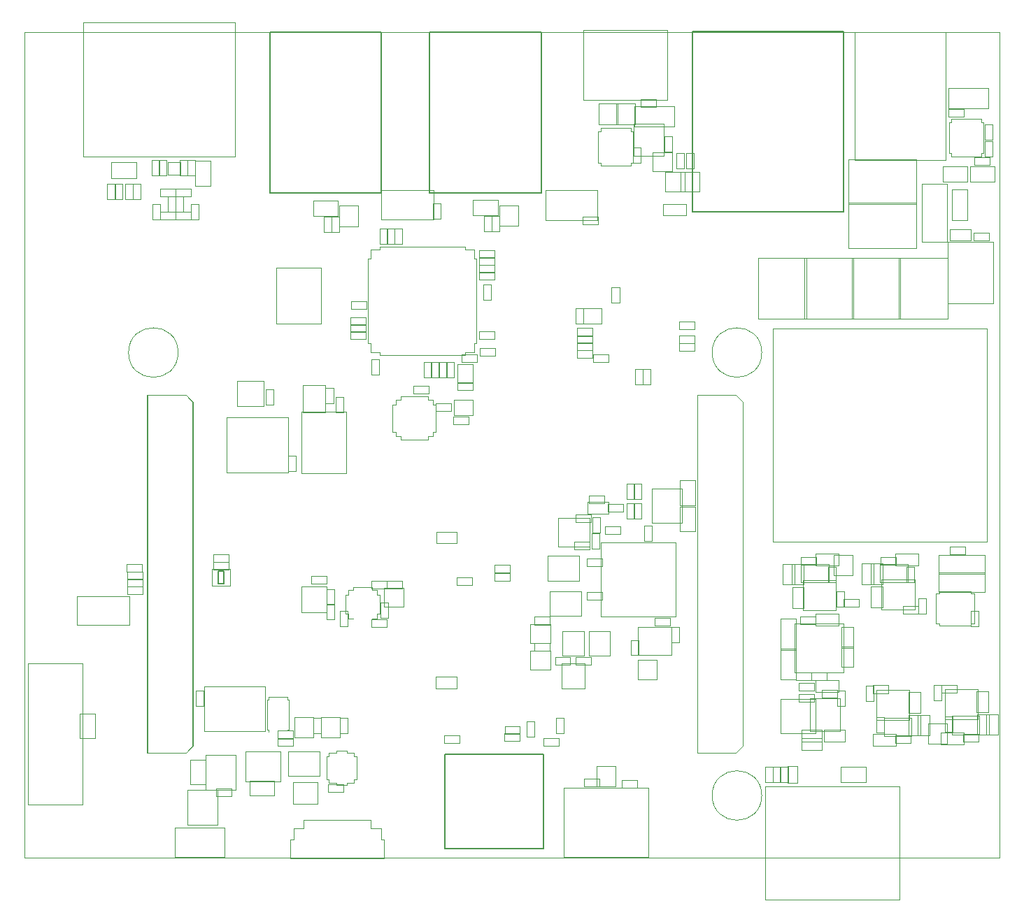
<source format=gbr>
%TF.GenerationSoftware,KiCad,Pcbnew,5.1.9+dfsg1-1*%
%TF.CreationDate,2022-05-02T11:56:59+02:00*%
%TF.ProjectId,kria-k26-devboard,6b726961-2d6b-4323-962d-646576626f61,rev?*%
%TF.SameCoordinates,Original*%
%TF.FileFunction,Other,User*%
%FSLAX46Y46*%
G04 Gerber Fmt 4.6, Leading zero omitted, Abs format (unit mm)*
G04 Created by KiCad (PCBNEW 5.1.9+dfsg1-1) date 2022-05-02 11:56:59 commit 95c84ef*
%MOMM*%
%LPD*%
G01*
G04 APERTURE LIST*
%TA.AperFunction,Profile*%
%ADD10C,0.100000*%
%TD*%
%ADD11C,0.050000*%
%ADD12C,0.150000*%
%ADD13C,0.120000*%
%ADD14C,0.100000*%
%ADD15C,0.152400*%
G04 APERTURE END LIST*
D10*
X74000000Y-152000000D02*
X74000000Y-52000000D01*
X74000000Y-52000000D02*
X192000000Y-52000000D01*
X192000000Y-52000000D02*
X192000000Y-152000000D01*
X192000000Y-152000000D02*
X74000000Y-152000000D01*
D11*
%TO.C,U44*%
X128367342Y-78286461D02*
X128367342Y-79378861D01*
X128367342Y-79378861D02*
X128667342Y-79378861D01*
X128667342Y-79378861D02*
X128667342Y-89690861D01*
X128667342Y-89690861D02*
X128367342Y-89690861D01*
X128367342Y-89690861D02*
X128367342Y-90783261D01*
X128367342Y-90783261D02*
X127274942Y-90783261D01*
X127274942Y-90783261D02*
X127274942Y-91083261D01*
X127274942Y-91083261D02*
X116962942Y-91083261D01*
X116962942Y-91083261D02*
X116962942Y-90783261D01*
X116962942Y-90783261D02*
X115870542Y-90783261D01*
X115870542Y-90783261D02*
X115870542Y-89690861D01*
X115870542Y-89690861D02*
X115570542Y-89690861D01*
X115570542Y-89690861D02*
X115570542Y-79378861D01*
X115570542Y-79378861D02*
X115870542Y-79378861D01*
X115870542Y-79378861D02*
X115870542Y-78286461D01*
X115870542Y-78286461D02*
X116962942Y-78286461D01*
X116962942Y-78286461D02*
X116962942Y-77986461D01*
X116962942Y-77986461D02*
X127274942Y-77986461D01*
X127274942Y-77986461D02*
X127274942Y-78286461D01*
X127274942Y-78286461D02*
X128367342Y-78286461D01*
X128367342Y-78286461D02*
X128367342Y-79378861D01*
X128367342Y-79378861D02*
X128667342Y-79378861D01*
X128667342Y-79378861D02*
X128667342Y-89690861D01*
X128667342Y-89690861D02*
X128367342Y-89690861D01*
X128367342Y-89690861D02*
X128367342Y-90783261D01*
X128367342Y-90783261D02*
X127274942Y-90783261D01*
X127274942Y-90783261D02*
X127274942Y-91083261D01*
X127274942Y-91083261D02*
X116962942Y-91083261D01*
X116962942Y-91083261D02*
X116962942Y-90783261D01*
X116962942Y-90783261D02*
X115870542Y-90783261D01*
X115870542Y-90783261D02*
X115870542Y-89690861D01*
X115870542Y-89690861D02*
X115570542Y-89690861D01*
X115570542Y-89690861D02*
X115570542Y-79378861D01*
X115570542Y-79378861D02*
X115870542Y-79378861D01*
X115870542Y-79378861D02*
X115870542Y-78286461D01*
X115870542Y-78286461D02*
X116962942Y-78286461D01*
X116962942Y-78286461D02*
X116962942Y-77986461D01*
X116962942Y-77986461D02*
X127274942Y-77986461D01*
X127274942Y-77986461D02*
X127274942Y-78286461D01*
X127274942Y-78286461D02*
X128367342Y-78286461D01*
%TO.C,C185*%
X125030000Y-93840000D02*
X125030000Y-91980000D01*
X125970000Y-93840000D02*
X125030000Y-93840000D01*
X125970000Y-91980000D02*
X125970000Y-93840000D01*
X125030000Y-91980000D02*
X125970000Y-91980000D01*
%TO.C,C79*%
X124130000Y-93840000D02*
X124130000Y-91980000D01*
X125070000Y-93840000D02*
X124130000Y-93840000D01*
X125070000Y-91980000D02*
X125070000Y-93840000D01*
X124130000Y-91980000D02*
X125070000Y-91980000D01*
D12*
%TO.C,J2*%
X124825000Y-150900000D02*
X124825000Y-139450000D01*
X136775000Y-150900000D02*
X124825000Y-150900000D01*
X136775000Y-139450000D02*
X136775000Y-150900000D01*
X124825000Y-139450000D02*
X136775000Y-139450000D01*
%TO.C,U17*%
X136500000Y-51950000D02*
X123000000Y-51950000D01*
X136500000Y-51950000D02*
X136500000Y-71450000D01*
X136500000Y-71450000D02*
X123000000Y-71450000D01*
X123000000Y-71450000D02*
X123000000Y-51950000D01*
D11*
%TO.C,R78*%
X143580000Y-142370000D02*
X143580000Y-143310000D01*
X143580000Y-143310000D02*
X141720000Y-143310000D01*
X141720000Y-143310000D02*
X141720000Y-142370000D01*
X141720000Y-142370000D02*
X143580000Y-142370000D01*
%TO.C,U41*%
X168200000Y-118375000D02*
X168200000Y-122025000D01*
X172200000Y-118375000D02*
X168200000Y-118375000D01*
X172200000Y-122025000D02*
X172200000Y-118375000D01*
X172200000Y-122025000D02*
X168200000Y-122025000D01*
%TO.C,L4*%
X171311999Y-116385000D02*
X167981999Y-116385000D01*
X171311999Y-118615000D02*
X167981999Y-118615000D01*
X171311999Y-116385000D02*
X171311999Y-118615000D01*
X167981999Y-116385000D02*
X167981999Y-118615000D01*
%TO.C,PS1*%
X190450000Y-113750000D02*
X190450000Y-87850000D01*
X164550000Y-113750000D02*
X190450000Y-113750000D01*
X164550000Y-87850000D02*
X164550000Y-113750000D01*
X190450000Y-87850000D02*
X164550000Y-87850000D01*
%TO.C,U29*%
X153525000Y-107250000D02*
X153525000Y-111450000D01*
X149875000Y-107250000D02*
X153525000Y-107250000D01*
X149875000Y-111450000D02*
X149875000Y-107250000D01*
X153525000Y-111450000D02*
X149875000Y-111450000D01*
%TO.C,D25*%
X153275000Y-109450000D02*
X155125000Y-109450000D01*
X153275000Y-112450000D02*
X153275000Y-109450000D01*
X155125000Y-112450000D02*
X153275000Y-112450000D01*
X155125000Y-109450000D02*
X155125000Y-112450000D01*
%TO.C,D6*%
X155125000Y-109300000D02*
X153275000Y-109300000D01*
X155125000Y-106300000D02*
X155125000Y-109300000D01*
X153275000Y-106300000D02*
X155125000Y-106300000D01*
X153275000Y-109300000D02*
X153275000Y-106300000D01*
%TO.C,D3*%
X167500000Y-142900000D02*
X166300000Y-142900000D01*
X166300000Y-140900000D02*
X167500000Y-140900000D01*
X167500000Y-140900000D02*
X167500000Y-142900000D01*
X166300000Y-142900000D02*
X166300000Y-140900000D01*
%TO.C,C90*%
X147875911Y-94669035D02*
X147875911Y-92809035D01*
X148815911Y-94669035D02*
X147875911Y-94669035D01*
X148815911Y-92809035D02*
X148815911Y-94669035D01*
X147875911Y-92809035D02*
X148815911Y-92809035D01*
%TO.C,C91*%
X155036621Y-90587588D02*
X153176621Y-90587588D01*
X155036621Y-89647588D02*
X155036621Y-90587588D01*
X153176621Y-89647588D02*
X155036621Y-89647588D01*
X153176621Y-90587588D02*
X153176621Y-89647588D01*
%TO.C,C95*%
X142770000Y-91044035D02*
X144630000Y-91044035D01*
X142770000Y-91984035D02*
X142770000Y-91044035D01*
X144630000Y-91984035D02*
X142770000Y-91984035D01*
X144630000Y-91044035D02*
X144630000Y-91984035D01*
%TO.C,C96*%
X148775911Y-94694035D02*
X148775911Y-92834035D01*
X149715911Y-94694035D02*
X148775911Y-94694035D01*
X149715911Y-92834035D02*
X149715911Y-94694035D01*
X148775911Y-92834035D02*
X149715911Y-92834035D01*
%TO.C,C97*%
X155046622Y-89637588D02*
X153186622Y-89637588D01*
X155046622Y-88697588D02*
X155046622Y-89637588D01*
X153186622Y-88697588D02*
X155046622Y-88697588D01*
X153186622Y-89637588D02*
X153186622Y-88697588D01*
%TO.C,C18*%
X133945000Y-136970000D02*
X132085000Y-136970000D01*
X133945000Y-136030000D02*
X133945000Y-136970000D01*
X132085000Y-136030000D02*
X133945000Y-136030000D01*
X132085000Y-136970000D02*
X132085000Y-136030000D01*
%TO.C,C157*%
X186246600Y-71004773D02*
X186246600Y-74804773D01*
X188106600Y-71004773D02*
X188106600Y-74804773D01*
X186246600Y-74804773D02*
X188106600Y-74804773D01*
X186246600Y-71004773D02*
X188106600Y-71004773D01*
%TO.C,C20*%
X133930000Y-137870000D02*
X132070000Y-137870000D01*
X133930000Y-136930000D02*
X133930000Y-137870000D01*
X132070000Y-136930000D02*
X133930000Y-136930000D01*
X132070000Y-137870000D02*
X132070000Y-136930000D01*
%TO.C,C28*%
X110405000Y-96905000D02*
X110405000Y-95045000D01*
X111345000Y-96905000D02*
X110405000Y-96905000D01*
X111345000Y-95045000D02*
X111345000Y-96905000D01*
X110405000Y-95045000D02*
X111345000Y-95045000D01*
%TO.C,C30*%
X112595000Y-96145000D02*
X112595000Y-98005000D01*
X111655000Y-96145000D02*
X112595000Y-96145000D01*
X111655000Y-98005000D02*
X111655000Y-96145000D01*
X112595000Y-98005000D02*
X111655000Y-98005000D01*
%TO.C,C162*%
X190185000Y-117600000D02*
X190185000Y-115300000D01*
X190185000Y-115300000D02*
X184585000Y-115300000D01*
X184585000Y-115300000D02*
X184585000Y-117600000D01*
X184585000Y-117600000D02*
X190185000Y-117600000D01*
%TO.C,C163*%
X190199999Y-119774999D02*
X190199999Y-117474999D01*
X190199999Y-117474999D02*
X184599999Y-117474999D01*
X184599999Y-117474999D02*
X184599999Y-119774999D01*
X184599999Y-119774999D02*
X190199999Y-119774999D01*
%TO.C,C164*%
X187830000Y-115220000D02*
X185970000Y-115220000D01*
X187830000Y-114280000D02*
X187830000Y-115220000D01*
X185970000Y-114280000D02*
X187830000Y-114280000D01*
X185970000Y-115220000D02*
X185970000Y-114280000D01*
%TO.C,C169*%
X170890000Y-136490000D02*
X170750000Y-136490000D01*
X170890000Y-137910000D02*
X170750000Y-137910000D01*
X173110000Y-137910000D02*
X173250000Y-137910000D01*
X173110000Y-136490000D02*
X173250000Y-136490000D01*
X173110000Y-137910000D02*
X170890000Y-137910000D01*
X170750000Y-137910000D02*
X170750000Y-136490000D01*
X170890000Y-136490000D02*
X173110000Y-136490000D01*
X173250000Y-136490000D02*
X173250000Y-137910000D01*
%TO.C,C171*%
X177810000Y-119290000D02*
X177810000Y-119150000D01*
X176390000Y-119290000D02*
X176390000Y-119150000D01*
X176390000Y-121510000D02*
X176390000Y-121650000D01*
X177810000Y-121510000D02*
X177810000Y-121650000D01*
X176390000Y-121510000D02*
X176390000Y-119290000D01*
X176390000Y-119150000D02*
X177810000Y-119150000D01*
X177810000Y-119290000D02*
X177810000Y-121510000D01*
X177810000Y-121650000D02*
X176390000Y-121650000D01*
%TO.C,C172*%
X168310000Y-119390000D02*
X168310000Y-119250000D01*
X166890000Y-119390000D02*
X166890000Y-119250000D01*
X166890000Y-121610000D02*
X166890000Y-121750000D01*
X168310000Y-121610000D02*
X168310000Y-121750000D01*
X166890000Y-121610000D02*
X166890000Y-119390000D01*
X166890000Y-119250000D02*
X168310000Y-119250000D01*
X168310000Y-119390000D02*
X168310000Y-121610000D01*
X168310000Y-121750000D02*
X166890000Y-121750000D01*
%TO.C,C174*%
X169515000Y-133070000D02*
X167655000Y-133070000D01*
X169515000Y-132130000D02*
X169515000Y-133070000D01*
X167655000Y-132130000D02*
X169515000Y-132130000D01*
X167655000Y-133070000D02*
X167655000Y-132130000D01*
%TO.C,C176*%
X180730000Y-118630000D02*
X180730000Y-116770000D01*
X181670000Y-118630000D02*
X180730000Y-118630000D01*
X181670000Y-116770000D02*
X181670000Y-118630000D01*
X180730000Y-116770000D02*
X181670000Y-116770000D01*
%TO.C,C177*%
X171230000Y-118630000D02*
X171230000Y-116770000D01*
X172170000Y-118630000D02*
X171230000Y-118630000D01*
X172170000Y-116770000D02*
X172170000Y-118630000D01*
X171230000Y-116770000D02*
X172170000Y-116770000D01*
%TO.C,C165*%
X172834999Y-126440000D02*
X172834999Y-126580000D01*
X174254999Y-126440000D02*
X174254999Y-126580000D01*
X174254999Y-124220000D02*
X174254999Y-124080000D01*
X172834999Y-124220000D02*
X172834999Y-124080000D01*
X174254999Y-124220000D02*
X174254999Y-126440000D01*
X174254999Y-126580000D02*
X172834999Y-126580000D01*
X172834999Y-126440000D02*
X172834999Y-124220000D01*
X172834999Y-124080000D02*
X174254999Y-124080000D01*
%TO.C,C179*%
X168140000Y-137540000D02*
X168000000Y-137540000D01*
X168140000Y-138960000D02*
X168000000Y-138960000D01*
X170360000Y-138960000D02*
X170500000Y-138960000D01*
X170360000Y-137540000D02*
X170500000Y-137540000D01*
X170360000Y-138960000D02*
X168140000Y-138960000D01*
X168000000Y-138960000D02*
X168000000Y-137540000D01*
X168140000Y-137540000D02*
X170360000Y-137540000D01*
X170500000Y-137540000D02*
X170500000Y-138960000D01*
%TO.C,C181*%
X177810000Y-116490000D02*
X177810000Y-116350000D01*
X176390000Y-116490000D02*
X176390000Y-116350000D01*
X176390000Y-118710000D02*
X176390000Y-118850000D01*
X177810000Y-118710000D02*
X177810000Y-118850000D01*
X176390000Y-118710000D02*
X176390000Y-116490000D01*
X176390000Y-116350000D02*
X177810000Y-116350000D01*
X177810000Y-116490000D02*
X177810000Y-118710000D01*
X177810000Y-118850000D02*
X176390000Y-118850000D01*
%TO.C,C182*%
X167160000Y-116545000D02*
X167160000Y-116405000D01*
X165740000Y-116545000D02*
X165740000Y-116405000D01*
X165740000Y-118765000D02*
X165740000Y-118905000D01*
X167160000Y-118765000D02*
X167160000Y-118905000D01*
X165740000Y-118765000D02*
X165740000Y-116545000D01*
X165740000Y-116405000D02*
X167160000Y-116405000D01*
X167160000Y-116545000D02*
X167160000Y-118765000D01*
X167160000Y-118905000D02*
X165740000Y-118905000D01*
%TO.C,C184*%
X168140000Y-136490000D02*
X168000000Y-136490000D01*
X168140000Y-137910000D02*
X168000000Y-137910000D01*
X170360000Y-137910000D02*
X170500000Y-137910000D01*
X170360000Y-136490000D02*
X170500000Y-136490000D01*
X170360000Y-137910000D02*
X168140000Y-137910000D01*
X168000000Y-137910000D02*
X168000000Y-136490000D01*
X168140000Y-136490000D02*
X170360000Y-136490000D01*
X170500000Y-136490000D02*
X170500000Y-137910000D01*
%TO.C,C186*%
X176710000Y-116490000D02*
X176710000Y-116350000D01*
X175290000Y-116490000D02*
X175290000Y-116350000D01*
X175290000Y-118710000D02*
X175290000Y-118850000D01*
X176710000Y-118710000D02*
X176710000Y-118850000D01*
X175290000Y-118710000D02*
X175290000Y-116490000D01*
X175290000Y-116350000D02*
X176710000Y-116350000D01*
X176710000Y-116490000D02*
X176710000Y-118710000D01*
X176710000Y-118850000D02*
X175290000Y-118850000D01*
%TO.C,C187*%
X168260000Y-116545000D02*
X168260000Y-116405000D01*
X166840000Y-116545000D02*
X166840000Y-116405000D01*
X166840000Y-118765000D02*
X166840000Y-118905000D01*
X168260000Y-118765000D02*
X168260000Y-118905000D01*
X166840000Y-118765000D02*
X166840000Y-116545000D01*
X166840000Y-116405000D02*
X168260000Y-116405000D01*
X168260000Y-116545000D02*
X168260000Y-118765000D01*
X168260000Y-118905000D02*
X166840000Y-118905000D01*
%TO.C,C166*%
X174255000Y-126520000D02*
X174255000Y-126380000D01*
X172835000Y-126520000D02*
X172835000Y-126380000D01*
X172835000Y-128740000D02*
X172835000Y-128880000D01*
X174255000Y-128740000D02*
X174255000Y-128880000D01*
X172835000Y-128740000D02*
X172835000Y-126520000D01*
X172835000Y-126380000D02*
X174255000Y-126380000D01*
X174255000Y-126520000D02*
X174255000Y-128740000D01*
X174255000Y-128880000D02*
X172835000Y-128880000D01*
%TO.C,C189*%
X180965000Y-134285000D02*
X180965000Y-134425000D01*
X182385000Y-134285000D02*
X182385000Y-134425000D01*
X182385000Y-132065000D02*
X182385000Y-131925000D01*
X180965000Y-132065000D02*
X180965000Y-131925000D01*
X182385000Y-132065000D02*
X182385000Y-134285000D01*
X182385000Y-134425000D02*
X180965000Y-134425000D01*
X180965000Y-134285000D02*
X180965000Y-132065000D01*
X180965000Y-131925000D02*
X182385000Y-131925000D01*
%TO.C,C191*%
X189190000Y-134210000D02*
X189190000Y-134350000D01*
X190610000Y-134210000D02*
X190610000Y-134350000D01*
X190610000Y-131990000D02*
X190610000Y-131850000D01*
X189190000Y-131990000D02*
X189190000Y-131850000D01*
X190610000Y-131990000D02*
X190610000Y-134210000D01*
X190610000Y-134350000D02*
X189190000Y-134350000D01*
X189190000Y-134210000D02*
X189190000Y-131990000D01*
X189190000Y-131850000D02*
X190610000Y-131850000D01*
%TO.C,C167*%
X167375000Y-130430000D02*
X167375000Y-126630000D01*
X165515000Y-130430000D02*
X165515000Y-126630000D01*
X167375000Y-126630000D02*
X165515000Y-126630000D01*
X167375000Y-130430000D02*
X165515000Y-130430000D01*
%TO.C,C168*%
X165515000Y-123030000D02*
X165515000Y-126830000D01*
X167375000Y-123030000D02*
X167375000Y-126830000D01*
X165515000Y-126830000D02*
X167375000Y-126830000D01*
X165515000Y-123030000D02*
X167375000Y-123030000D01*
%TO.C,C192*%
X178045000Y-134995000D02*
X178045000Y-136855000D01*
X177105000Y-134995000D02*
X178045000Y-134995000D01*
X177105000Y-136855000D02*
X177105000Y-134995000D01*
X178045000Y-136855000D02*
X177105000Y-136855000D01*
%TO.C,C194*%
X186345001Y-134895000D02*
X186345001Y-136755000D01*
X185405001Y-134895000D02*
X186345001Y-134895000D01*
X185405001Y-136755000D02*
X185405001Y-134895000D01*
X186345001Y-136755000D02*
X185405001Y-136755000D01*
%TO.C,C195*%
X181015000Y-137035000D02*
X181015000Y-137175000D01*
X182435000Y-137035000D02*
X182435000Y-137175000D01*
X182435000Y-134815000D02*
X182435000Y-134675000D01*
X181015000Y-134815000D02*
X181015000Y-134675000D01*
X182435000Y-134815000D02*
X182435000Y-137035000D01*
X182435000Y-137175000D02*
X181015000Y-137175000D01*
X181015000Y-137035000D02*
X181015000Y-134815000D01*
X181015000Y-134675000D02*
X182435000Y-134675000D01*
%TO.C,C197*%
X189275356Y-136956752D02*
X189275356Y-137096752D01*
X190695356Y-136956752D02*
X190695356Y-137096752D01*
X190695356Y-134736752D02*
X190695356Y-134596752D01*
X189275356Y-134736752D02*
X189275356Y-134596752D01*
X190695356Y-134736752D02*
X190695356Y-136956752D01*
X190695356Y-137096752D02*
X189275356Y-137096752D01*
X189275356Y-136956752D02*
X189275356Y-134736752D01*
X189275356Y-134596752D02*
X190695356Y-134596752D01*
%TO.C,C198*%
X182115000Y-137035000D02*
X182115000Y-137175000D01*
X183535000Y-137035000D02*
X183535000Y-137175000D01*
X183535000Y-134815000D02*
X183535000Y-134675000D01*
X182115000Y-134815000D02*
X182115000Y-134675000D01*
X183535000Y-134815000D02*
X183535000Y-137035000D01*
X183535000Y-137175000D02*
X182115000Y-137175000D01*
X182115000Y-137035000D02*
X182115000Y-134815000D01*
X182115000Y-134675000D02*
X183535000Y-134675000D01*
%TO.C,C200*%
X190375355Y-136956752D02*
X190375355Y-137096752D01*
X191795355Y-136956752D02*
X191795355Y-137096752D01*
X191795355Y-134736752D02*
X191795355Y-134596752D01*
X190375355Y-134736752D02*
X190375355Y-134596752D01*
X191795355Y-134736752D02*
X191795355Y-136956752D01*
X191795355Y-137096752D02*
X190375355Y-137096752D01*
X190375355Y-136956752D02*
X190375355Y-134736752D01*
X190375355Y-134596752D02*
X191795355Y-134596752D01*
%TO.C,C201*%
X190230000Y-67030000D02*
X190230000Y-65170000D01*
X191170000Y-67030000D02*
X190230000Y-67030000D01*
X191170000Y-65170000D02*
X191170000Y-67030000D01*
X190230000Y-65170000D02*
X191170000Y-65170000D01*
%TO.C,C202*%
X188530000Y-123930000D02*
X188530000Y-122070000D01*
X189470000Y-123930000D02*
X188530000Y-123930000D01*
X189470000Y-122070000D02*
X189470000Y-123930000D01*
X188530000Y-122070000D02*
X189470000Y-122070000D01*
%TO.C,C203*%
X148570000Y-65985000D02*
X148570000Y-67845000D01*
X147630000Y-65985000D02*
X148570000Y-65985000D01*
X147630000Y-67845000D02*
X147630000Y-65985000D01*
X148570000Y-67845000D02*
X147630000Y-67845000D01*
%TO.C,C204*%
X190780000Y-68070000D02*
X188920000Y-68070000D01*
X190780000Y-67130000D02*
X190780000Y-68070000D01*
X188920000Y-67130000D02*
X190780000Y-67130000D01*
X188920000Y-68070000D02*
X188920000Y-67130000D01*
%TO.C,C205*%
X150430000Y-61070000D02*
X148570000Y-61070000D01*
X150430000Y-60130000D02*
X150430000Y-61070000D01*
X148570000Y-60130000D02*
X150430000Y-60130000D01*
X148570000Y-61070000D02*
X148570000Y-60130000D01*
%TO.C,C206*%
X187705000Y-62220000D02*
X185845000Y-62220000D01*
X187705000Y-61280000D02*
X187705000Y-62220000D01*
X185845000Y-61280000D02*
X187705000Y-61280000D01*
X185845000Y-62220000D02*
X185845000Y-61280000D01*
%TO.C,C45*%
X130840000Y-79370000D02*
X128980000Y-79370000D01*
X130840000Y-78430000D02*
X130840000Y-79370000D01*
X128980000Y-78430000D02*
X130840000Y-78430000D01*
X128980000Y-79370000D02*
X128980000Y-78430000D01*
%TO.C,C50*%
X130840000Y-80220000D02*
X128980000Y-80220000D01*
X130840000Y-79280000D02*
X130840000Y-80220000D01*
X128980000Y-79280000D02*
X130840000Y-79280000D01*
X128980000Y-80220000D02*
X128980000Y-79280000D01*
%TO.C,C55*%
X122278776Y-93835079D02*
X122278776Y-91975079D01*
X123218776Y-93835079D02*
X122278776Y-93835079D01*
X123218776Y-91975079D02*
X123218776Y-93835079D01*
X122278776Y-91975079D02*
X123218776Y-91975079D01*
%TO.C,C56*%
X123178777Y-93835079D02*
X123178777Y-91975079D01*
X124118777Y-93835079D02*
X123178777Y-93835079D01*
X124118777Y-91975079D02*
X124118777Y-93835079D01*
X123178777Y-91975079D02*
X124118777Y-91975079D01*
%TO.C,C68*%
X129580000Y-76110000D02*
X129580000Y-74250000D01*
X130520000Y-76110000D02*
X129580000Y-76110000D01*
X130520000Y-74250000D02*
X130520000Y-76110000D01*
X129580000Y-74250000D02*
X130520000Y-74250000D01*
%TO.C,C69*%
X130480000Y-76110000D02*
X130480000Y-74250000D01*
X131420000Y-76110000D02*
X130480000Y-76110000D01*
X131420000Y-74250000D02*
X131420000Y-76110000D01*
X130480000Y-74250000D02*
X131420000Y-74250000D01*
%TO.C,C75*%
X110230000Y-76160000D02*
X110230000Y-74300000D01*
X111170000Y-76160000D02*
X110230000Y-76160000D01*
X111170000Y-74300000D02*
X111170000Y-76160000D01*
X110230000Y-74300000D02*
X111170000Y-74300000D01*
%TO.C,C76*%
X111130000Y-76160000D02*
X111130000Y-74300000D01*
X112070000Y-76160000D02*
X111130000Y-76160000D01*
X112070000Y-74300000D02*
X112070000Y-76160000D01*
X111130000Y-74300000D02*
X112070000Y-74300000D01*
%TO.C,C5*%
X126110000Y-131485000D02*
X126250000Y-131485000D01*
X126110000Y-130065000D02*
X126250000Y-130065000D01*
X123890000Y-130065000D02*
X123750000Y-130065000D01*
X123890000Y-131485000D02*
X123750000Y-131485000D01*
X123890000Y-130065000D02*
X126110000Y-130065000D01*
X126250000Y-130065000D02*
X126250000Y-131485000D01*
X126110000Y-131485000D02*
X123890000Y-131485000D01*
X123750000Y-131485000D02*
X123750000Y-130065000D01*
%TO.C,C6*%
X126160000Y-113910000D02*
X126300000Y-113910000D01*
X126160000Y-112490000D02*
X126300000Y-112490000D01*
X123940000Y-112490000D02*
X123800000Y-112490000D01*
X123940000Y-113910000D02*
X123800000Y-113910000D01*
X123940000Y-112490000D02*
X126160000Y-112490000D01*
X126300000Y-112490000D02*
X126300000Y-113910000D01*
X126160000Y-113910000D02*
X123940000Y-113910000D01*
X123800000Y-113910000D02*
X123800000Y-112490000D01*
%TO.C,C10*%
X83985000Y-72247000D02*
X83985000Y-70387000D01*
X84925000Y-72247000D02*
X83985000Y-72247000D01*
X84925000Y-70387000D02*
X84925000Y-72247000D01*
X83985000Y-70387000D02*
X84925000Y-70387000D01*
%TO.C,C11*%
X84885000Y-72247000D02*
X84885000Y-70387000D01*
X85825000Y-72247000D02*
X84885000Y-72247000D01*
X85825000Y-70387000D02*
X85825000Y-72247000D01*
X84885000Y-70387000D02*
X85825000Y-70387000D01*
%TO.C,C12*%
X91335000Y-73747000D02*
X91335000Y-71887000D01*
X92275000Y-73747000D02*
X91335000Y-73747000D01*
X92275000Y-71887000D02*
X92275000Y-73747000D01*
X91335000Y-71887000D02*
X92275000Y-71887000D01*
%TO.C,C13*%
X92235000Y-73747000D02*
X92235000Y-71887000D01*
X93175000Y-73747000D02*
X92235000Y-73747000D01*
X93175000Y-71887000D02*
X93175000Y-73747000D01*
X92235000Y-71887000D02*
X93175000Y-71887000D01*
%TO.C,C14*%
X86185000Y-72247000D02*
X86185000Y-70387000D01*
X87125000Y-72247000D02*
X86185000Y-72247000D01*
X87125000Y-70387000D02*
X87125000Y-72247000D01*
X86185000Y-70387000D02*
X87125000Y-70387000D01*
%TO.C,C15*%
X87085000Y-72247000D02*
X87085000Y-70387000D01*
X88025000Y-72247000D02*
X87085000Y-72247000D01*
X88025000Y-70387000D02*
X88025000Y-72247000D01*
X87085000Y-70387000D02*
X88025000Y-70387000D01*
%TO.C,C16*%
X135670000Y-135470000D02*
X135670000Y-137330000D01*
X134730000Y-135470000D02*
X135670000Y-135470000D01*
X134730000Y-137330000D02*
X134730000Y-135470000D01*
X135670000Y-137330000D02*
X134730000Y-137330000D01*
%TO.C,C17*%
X138330000Y-136930000D02*
X138330000Y-135070000D01*
X139270000Y-136930000D02*
X138330000Y-136930000D01*
X139270000Y-135070000D02*
X139270000Y-136930000D01*
X138330000Y-135070000D02*
X139270000Y-135070000D01*
%TO.C,C19*%
X138630000Y-138470000D02*
X136770000Y-138470000D01*
X138630000Y-137530000D02*
X138630000Y-138470000D01*
X136770000Y-137530000D02*
X138630000Y-137530000D01*
X136770000Y-138470000D02*
X136770000Y-137530000D01*
%TO.C,C25*%
X108670000Y-117880000D02*
X110530000Y-117880000D01*
X108670000Y-118820000D02*
X108670000Y-117880000D01*
X110530000Y-118820000D02*
X108670000Y-118820000D01*
X110530000Y-117880000D02*
X110530000Y-118820000D01*
%TO.C,C42*%
X125870000Y-98530000D02*
X127730000Y-98530000D01*
X125870000Y-99470000D02*
X125870000Y-98530000D01*
X127730000Y-99470000D02*
X125870000Y-99470000D01*
X127730000Y-98530000D02*
X127730000Y-99470000D01*
%TO.C,C26*%
X117830000Y-119370000D02*
X115970000Y-119370000D01*
X117830000Y-118430000D02*
X117830000Y-119370000D01*
X115970000Y-118430000D02*
X117830000Y-118430000D01*
X115970000Y-119370000D02*
X115970000Y-118430000D01*
%TO.C,C124*%
X110670000Y-143080000D02*
X112530000Y-143080000D01*
X110670000Y-144020000D02*
X110670000Y-143080000D01*
X112530000Y-144020000D02*
X110670000Y-144020000D01*
X112530000Y-143080000D02*
X112530000Y-144020000D01*
%TO.C,C118*%
X99055000Y-144545000D02*
X97195000Y-144545000D01*
X99055000Y-143605000D02*
X99055000Y-144545000D01*
X97195000Y-143605000D02*
X99055000Y-143605000D01*
X97195000Y-144545000D02*
X97195000Y-143605000D01*
%TO.C,C145*%
X142285000Y-108105000D02*
X144145000Y-108105000D01*
X142285000Y-109045000D02*
X142285000Y-108105000D01*
X144145000Y-109045000D02*
X142285000Y-109045000D01*
X144145000Y-108105000D02*
X144145000Y-109045000D01*
%TO.C,C141*%
X147344897Y-127465355D02*
X147344897Y-125605355D01*
X148284897Y-127465355D02*
X147344897Y-127465355D01*
X148284897Y-125605355D02*
X148284897Y-127465355D01*
X147344897Y-125605355D02*
X148284897Y-125605355D01*
%TO.C,C144*%
X152264493Y-125921852D02*
X152264493Y-124061852D01*
X153204493Y-125921852D02*
X152264493Y-125921852D01*
X153204493Y-124061852D02*
X153204493Y-125921852D01*
X152264493Y-124061852D02*
X153204493Y-124061852D01*
%TO.C,C35*%
X95670000Y-131720000D02*
X95670000Y-133580000D01*
X94730000Y-131720000D02*
X95670000Y-131720000D01*
X94730000Y-133580000D02*
X94730000Y-131720000D01*
X95670000Y-133580000D02*
X94730000Y-133580000D01*
%TO.C,C38*%
X106430000Y-138420000D02*
X104570000Y-138420000D01*
X106430000Y-137480000D02*
X106430000Y-138420000D01*
X104570000Y-137480000D02*
X106430000Y-137480000D01*
X104570000Y-138420000D02*
X104570000Y-137480000D01*
%TO.C,C39*%
X166377322Y-140948033D02*
X166377322Y-142808033D01*
X165437322Y-140948033D02*
X166377322Y-140948033D01*
X165437322Y-142808033D02*
X165437322Y-140948033D01*
X166377322Y-142808033D02*
X165437322Y-142808033D01*
%TO.C,C40*%
X164577322Y-140948033D02*
X164577322Y-142808033D01*
X163637322Y-140948033D02*
X164577322Y-140948033D01*
X163637322Y-142808033D02*
X163637322Y-140948033D01*
X164577322Y-142808033D02*
X163637322Y-142808033D01*
%TO.C,C41*%
X165477323Y-140948033D02*
X165477323Y-142808033D01*
X164537323Y-140948033D02*
X165477323Y-140948033D01*
X164537323Y-142808033D02*
X164537323Y-140948033D01*
X165477323Y-142808033D02*
X164537323Y-142808033D01*
%TO.C,C32*%
X106820000Y-103270000D02*
X106820000Y-105130000D01*
X105880000Y-103270000D02*
X106820000Y-103270000D01*
X105880000Y-105130000D02*
X105880000Y-103270000D01*
X106820000Y-105130000D02*
X105880000Y-105130000D01*
%TO.C,C33*%
X104120001Y-95269999D02*
X104120001Y-97129999D01*
X103180001Y-95269999D02*
X104120001Y-95269999D01*
X103180001Y-97129999D02*
X103180001Y-95269999D01*
X104120001Y-97129999D02*
X103180001Y-97129999D01*
%TO.C,D12*%
X173690000Y-78130000D02*
X181910000Y-78130000D01*
X173690000Y-72670000D02*
X173690000Y-78130000D01*
X181910000Y-72670000D02*
X173690000Y-72670000D01*
X181910000Y-78130000D02*
X181910000Y-72670000D01*
%TO.C,D13*%
X185675000Y-70400000D02*
X182575000Y-70400000D01*
X185675000Y-77400000D02*
X182575000Y-77400000D01*
X185675000Y-70400000D02*
X185675000Y-77400000D01*
X182575000Y-70400000D02*
X182575000Y-77400000D01*
%TO.C,D9*%
X94050000Y-140125000D02*
X95900000Y-140125000D01*
X94050000Y-143125000D02*
X94050000Y-140125000D01*
X95900000Y-143125000D02*
X94050000Y-143125000D01*
X95900000Y-140125000D02*
X95900000Y-143125000D01*
%TO.C,D2*%
X94625000Y-67600000D02*
X96475000Y-67600000D01*
X94625000Y-70600000D02*
X94625000Y-67600000D01*
X96475000Y-70600000D02*
X94625000Y-70600000D01*
X96475000Y-67600000D02*
X96475000Y-70600000D01*
%TO.C,D10*%
X101200000Y-144475000D02*
X101200000Y-142625000D01*
X104200000Y-144475000D02*
X101200000Y-144475000D01*
X104200000Y-142625000D02*
X104200000Y-144475000D01*
X101200000Y-142625000D02*
X104200000Y-142625000D01*
%TO.C,D14*%
X172495000Y-122440000D02*
X169695000Y-122440000D01*
X172495000Y-123860000D02*
X169695000Y-123860000D01*
X169695000Y-122440000D02*
X169695000Y-123860000D01*
X172495000Y-122440000D02*
X172495000Y-123860000D01*
%TO.C,D15*%
X172500000Y-130490000D02*
X169700000Y-130490000D01*
X172500000Y-131910000D02*
X169700000Y-131910000D01*
X169700000Y-130490000D02*
X169700000Y-131910000D01*
X172500000Y-130490000D02*
X172500000Y-131910000D01*
%TO.C,D17*%
X182200000Y-115190000D02*
X179400000Y-115190000D01*
X182200000Y-116610000D02*
X179400000Y-116610000D01*
X179400000Y-115190000D02*
X179400000Y-116610000D01*
X182200000Y-115190000D02*
X182200000Y-116610000D01*
%TO.C,D20*%
X176675000Y-138435000D02*
X179475000Y-138435000D01*
X176675000Y-137015000D02*
X179475000Y-137015000D01*
X179475000Y-138435000D02*
X179475000Y-137015000D01*
X176675000Y-138435000D02*
X176675000Y-137015000D01*
%TO.C,D23*%
X185100000Y-70075000D02*
X185100000Y-68225000D01*
X188100000Y-70075000D02*
X185100000Y-70075000D01*
X188100000Y-68225000D02*
X188100000Y-70075000D01*
X185100000Y-68225000D02*
X188100000Y-68225000D01*
%TO.C,D24*%
X191400000Y-68225000D02*
X191400000Y-70075000D01*
X188400000Y-68225000D02*
X191400000Y-68225000D01*
X188400000Y-70075000D02*
X188400000Y-68225000D01*
X191400000Y-70075000D02*
X188400000Y-70075000D01*
%TO.C,FB3*%
X146130000Y-112770000D02*
X144270000Y-112770000D01*
X146130000Y-111830000D02*
X146130000Y-112770000D01*
X144270000Y-111830000D02*
X146130000Y-111830000D01*
X144270000Y-112770000D02*
X144270000Y-111830000D01*
%TO.C,FB4*%
X150220000Y-122930000D02*
X152080000Y-122930000D01*
X150220000Y-123870000D02*
X150220000Y-122930000D01*
X152080000Y-123870000D02*
X150220000Y-123870000D01*
X152080000Y-122930000D02*
X152080000Y-123870000D01*
%TO.C,FB5*%
X148980000Y-113630000D02*
X148980000Y-111770000D01*
X149920000Y-113630000D02*
X148980000Y-113630000D01*
X149920000Y-111770000D02*
X149920000Y-113630000D01*
X148980000Y-111770000D02*
X149920000Y-111770000D01*
%TO.C,IC2*%
X191225000Y-77375000D02*
X191225000Y-84825000D01*
X191225000Y-84825000D02*
X185725000Y-84825000D01*
X185725000Y-84825000D02*
X185725000Y-77375000D01*
X185725000Y-77375000D02*
X191225000Y-77375000D01*
D13*
%TO.C,J11*%
X185500000Y-52000000D02*
X185500000Y-67450000D01*
X185500000Y-67450000D02*
X174500000Y-67450000D01*
X174500000Y-67450000D02*
X174500000Y-52000000D01*
X174500000Y-52000000D02*
X185500000Y-52000000D01*
D11*
%TO.C,J4*%
X179875000Y-143315000D02*
X179875000Y-157084000D01*
X179875000Y-157084000D02*
X163625000Y-157084000D01*
X163625000Y-157084000D02*
X163625000Y-143315000D01*
X163625000Y-143315000D02*
X179875000Y-143315000D01*
%TO.C,J7*%
X107750000Y-147400000D02*
X115850000Y-147400000D01*
X115850000Y-147400000D02*
X115850000Y-148450000D01*
X115850000Y-148450000D02*
X117100000Y-148450000D01*
X117100000Y-148450000D02*
X117100000Y-149750000D01*
X117100000Y-149750000D02*
X117450000Y-149750000D01*
X117450000Y-149750000D02*
X117450000Y-152050000D01*
X117450000Y-152050000D02*
X106150000Y-152050000D01*
X106150000Y-152050000D02*
X106150000Y-149750000D01*
X106150000Y-149750000D02*
X106550000Y-149750000D01*
X106550000Y-149750000D02*
X106550000Y-148450000D01*
X106550000Y-148450000D02*
X107750000Y-148450000D01*
X107750000Y-148450000D02*
X107750000Y-147400000D01*
D14*
%TO.C,L1*%
X169700000Y-136950000D02*
X169700000Y-132750000D01*
X165500000Y-132750000D02*
X165500000Y-136950000D01*
X165500000Y-136950000D02*
X169700000Y-136950000D01*
X169700000Y-132750000D02*
X165500000Y-132750000D01*
D11*
%TO.C,L3*%
X180865000Y-116385000D02*
X177535000Y-116385000D01*
X180865000Y-118615000D02*
X177535000Y-118615000D01*
X180865000Y-116385000D02*
X180865000Y-118615000D01*
X177535000Y-116385000D02*
X177535000Y-118615000D01*
%TO.C,L6*%
X178010000Y-137239999D02*
X181340000Y-137239999D01*
X178010000Y-135009999D02*
X181340000Y-135009999D01*
X178010000Y-137239999D02*
X178010000Y-135009999D01*
X181340000Y-137239999D02*
X181340000Y-135009999D01*
%TO.C,L8*%
X186238000Y-137040001D02*
X189568000Y-137040001D01*
X186238000Y-134810001D02*
X189568000Y-134810001D01*
X186238000Y-137040001D02*
X186238000Y-134810001D01*
X189568000Y-137040001D02*
X189568000Y-134810001D01*
%TO.C,Q15*%
X147675000Y-66950000D02*
X147675000Y-63050000D01*
X147675000Y-63050000D02*
X151325000Y-63050000D01*
X151325000Y-66950000D02*
X151325000Y-63050000D01*
X151325000Y-66950000D02*
X147675000Y-66950000D01*
%TO.C,R49*%
X153231522Y-87060152D02*
X155091522Y-87060152D01*
X153231522Y-88000152D02*
X153231522Y-87060152D01*
X155091522Y-88000152D02*
X153231522Y-88000152D01*
X155091522Y-87060152D02*
X155091522Y-88000152D01*
%TO.C,R50*%
X145969464Y-82887841D02*
X145969464Y-84747841D01*
X145029464Y-82887841D02*
X145969464Y-82887841D01*
X145029464Y-84747841D02*
X145029464Y-82887841D01*
X145969464Y-84747841D02*
X145029464Y-84747841D01*
%TO.C,R51*%
X140865911Y-90494035D02*
X142725911Y-90494035D01*
X140865911Y-91434035D02*
X140865911Y-90494035D01*
X142725911Y-91434035D02*
X140865911Y-91434035D01*
X142725911Y-90494035D02*
X142725911Y-91434035D01*
%TO.C,R52*%
X140865911Y-88694034D02*
X142725911Y-88694034D01*
X140865911Y-89634034D02*
X140865911Y-88694034D01*
X142725911Y-89634034D02*
X140865911Y-89634034D01*
X142725911Y-88694034D02*
X142725911Y-89634034D01*
%TO.C,R53*%
X140865911Y-89594036D02*
X142725911Y-89594036D01*
X140865911Y-90534036D02*
X140865911Y-89594036D01*
X142725911Y-90534036D02*
X140865911Y-90534036D01*
X142725911Y-89594036D02*
X142725911Y-90534036D01*
%TO.C,R54*%
X142717154Y-88777969D02*
X140857154Y-88777969D01*
X142717154Y-87837969D02*
X142717154Y-88777969D01*
X140857154Y-87837969D02*
X142717154Y-87837969D01*
X140857154Y-88777969D02*
X140857154Y-87837969D01*
%TO.C,R55*%
X154970000Y-66645000D02*
X154970000Y-68505000D01*
X154030000Y-66645000D02*
X154970000Y-66645000D01*
X154030000Y-68505000D02*
X154030000Y-66645000D01*
X154970000Y-68505000D02*
X154030000Y-68505000D01*
%TO.C,R56*%
X153770000Y-66655000D02*
X153770000Y-68515000D01*
X152830000Y-66655000D02*
X153770000Y-66655000D01*
X152830000Y-68515000D02*
X152830000Y-66655000D01*
X153770000Y-68515000D02*
X152830000Y-68515000D01*
%TO.C,R97*%
X188820000Y-76280000D02*
X190680000Y-76280000D01*
X188820000Y-77220000D02*
X188820000Y-76280000D01*
X190680000Y-77220000D02*
X188820000Y-77220000D01*
X190680000Y-76280000D02*
X190680000Y-77220000D01*
%TO.C,R107*%
X172310001Y-132610000D02*
X170450001Y-132610000D01*
X172310001Y-131670000D02*
X172310001Y-132610000D01*
X170450001Y-131670000D02*
X172310001Y-131670000D01*
X170450001Y-132610000D02*
X170450001Y-131670000D01*
%TO.C,R108*%
X172310000Y-133569999D02*
X172310000Y-131709999D01*
X173250000Y-133569999D02*
X172310000Y-133569999D01*
X173250000Y-131709999D02*
X173250000Y-133569999D01*
X172310000Y-131709999D02*
X173250000Y-131709999D01*
%TO.C,R111*%
X182130000Y-122430000D02*
X182130000Y-120570000D01*
X183070000Y-122430000D02*
X182130000Y-122430000D01*
X183070000Y-120570000D02*
X183070000Y-122430000D01*
X182130000Y-120570000D02*
X183070000Y-120570000D01*
%TO.C,R112*%
X180270000Y-121530000D02*
X182130000Y-121530000D01*
X180270000Y-122470000D02*
X180270000Y-121530000D01*
X182130000Y-122470000D02*
X180270000Y-122470000D01*
X182130000Y-121530000D02*
X182130000Y-122470000D01*
%TO.C,R113*%
X172230000Y-121610000D02*
X172230000Y-119750000D01*
X173170000Y-121610000D02*
X172230000Y-121610000D01*
X173170000Y-119750000D02*
X173170000Y-121610000D01*
X172230000Y-119750000D02*
X173170000Y-119750000D01*
%TO.C,R114*%
X174980000Y-121620000D02*
X173120000Y-121620000D01*
X174980000Y-120680000D02*
X174980000Y-121620000D01*
X173120000Y-120680000D02*
X174980000Y-120680000D01*
X173120000Y-121620000D02*
X173120000Y-120680000D01*
%TO.C,R100*%
X167315000Y-129510000D02*
X169175000Y-129510000D01*
X167315000Y-130450000D02*
X167315000Y-129510000D01*
X169175000Y-130450000D02*
X167315000Y-130450000D01*
X169175000Y-129510000D02*
X169175000Y-130450000D01*
%TO.C,R101*%
X171075000Y-130450000D02*
X169215000Y-130450000D01*
X171075000Y-129510000D02*
X171075000Y-130450000D01*
X169215000Y-129510000D02*
X171075000Y-129510000D01*
X169215000Y-130450000D02*
X169215000Y-129510000D01*
%TO.C,R123*%
X176745000Y-131130000D02*
X176745000Y-132990000D01*
X175805000Y-131130000D02*
X176745000Y-131130000D01*
X175805000Y-132990000D02*
X175805000Y-131130000D01*
X176745000Y-132990000D02*
X175805000Y-132990000D01*
%TO.C,R124*%
X178555000Y-132045001D02*
X176695000Y-132045001D01*
X178555000Y-131105001D02*
X178555000Y-132045001D01*
X176695000Y-131105001D02*
X178555000Y-131105001D01*
X176695000Y-132045001D02*
X176695000Y-131105001D01*
%TO.C,R127*%
X184994999Y-131055000D02*
X184994999Y-132915000D01*
X184054999Y-131055000D02*
X184994999Y-131055000D01*
X184054999Y-132915000D02*
X184054999Y-131055000D01*
X184994999Y-132915000D02*
X184054999Y-132915000D01*
%TO.C,R128*%
X186790355Y-131966751D02*
X184930355Y-131966751D01*
X186790355Y-131026751D02*
X186790355Y-131966751D01*
X184930355Y-131026751D02*
X186790355Y-131026751D01*
X184930355Y-131966751D02*
X184930355Y-131026751D01*
%TO.C,R129*%
X190230000Y-64995000D02*
X190230000Y-63135000D01*
X191170000Y-64995000D02*
X190230000Y-64995000D01*
X191170000Y-63135000D02*
X191170000Y-64995000D01*
X190230000Y-63135000D02*
X191170000Y-63135000D01*
%TO.C,R39*%
X126900000Y-91010000D02*
X128760000Y-91010000D01*
X126900000Y-91950000D02*
X126900000Y-91010000D01*
X128760000Y-91950000D02*
X126900000Y-91950000D01*
X128760000Y-91010000D02*
X128760000Y-91950000D01*
%TO.C,R41*%
X125579000Y-97874000D02*
X123719000Y-97874000D01*
X125579000Y-96934000D02*
X125579000Y-97874000D01*
X123719000Y-96934000D02*
X125579000Y-96934000D01*
X123719000Y-97874000D02*
X123719000Y-96934000D01*
%TO.C,R42*%
X122930000Y-95770000D02*
X121070000Y-95770000D01*
X122930000Y-94830000D02*
X122930000Y-95770000D01*
X121070000Y-94830000D02*
X122930000Y-94830000D01*
X121070000Y-95770000D02*
X121070000Y-94830000D01*
%TO.C,R1*%
X132730000Y-118470000D02*
X130870000Y-118470000D01*
X132730000Y-117530000D02*
X132730000Y-118470000D01*
X130870000Y-117530000D02*
X132730000Y-117530000D01*
X130870000Y-118470000D02*
X130870000Y-117530000D01*
%TO.C,R2*%
X132730000Y-117470000D02*
X130870000Y-117470000D01*
X132730000Y-116530000D02*
X132730000Y-117470000D01*
X130870000Y-116530000D02*
X132730000Y-116530000D01*
X130870000Y-117470000D02*
X130870000Y-116530000D01*
%TO.C,R3*%
X126270000Y-118030000D02*
X128130000Y-118030000D01*
X126270000Y-118970000D02*
X126270000Y-118030000D01*
X128130000Y-118970000D02*
X126270000Y-118970000D01*
X128130000Y-118030000D02*
X128130000Y-118970000D01*
%TO.C,R4*%
X90375000Y-73747000D02*
X92235000Y-73747000D01*
X90375000Y-74687000D02*
X90375000Y-73747000D01*
X92235000Y-74687000D02*
X90375000Y-74687000D01*
X92235000Y-73747000D02*
X92235000Y-74687000D01*
%TO.C,R5*%
X94135000Y-74687000D02*
X92275000Y-74687000D01*
X94135000Y-73747000D02*
X94135000Y-74687000D01*
X92275000Y-73747000D02*
X94135000Y-73747000D01*
X92275000Y-74687000D02*
X92275000Y-73747000D01*
%TO.C,R6*%
X94135000Y-74647000D02*
X94135000Y-72787000D01*
X95075000Y-74647000D02*
X94135000Y-74647000D01*
X95075000Y-72787000D02*
X95075000Y-74647000D01*
X94135000Y-72787000D02*
X95075000Y-72787000D01*
%TO.C,R7*%
X90375000Y-72787000D02*
X90375000Y-74647000D01*
X89435000Y-72787000D02*
X90375000Y-72787000D01*
X89435000Y-74647000D02*
X89435000Y-72787000D01*
X90375000Y-74647000D02*
X89435000Y-74647000D01*
%TO.C,R8*%
X92275000Y-70947000D02*
X94135000Y-70947000D01*
X92275000Y-71887000D02*
X92275000Y-70947000D01*
X94135000Y-71887000D02*
X92275000Y-71887000D01*
X94135000Y-70947000D02*
X94135000Y-71887000D01*
%TO.C,R9*%
X90375000Y-70947000D02*
X92235000Y-70947000D01*
X90375000Y-71887000D02*
X90375000Y-70947000D01*
X92235000Y-71887000D02*
X90375000Y-71887000D01*
X92235000Y-70947000D02*
X92235000Y-71887000D01*
%TO.C,R10*%
X89335000Y-69347000D02*
X89335000Y-67487000D01*
X90275000Y-69347000D02*
X89335000Y-69347000D01*
X90275000Y-67487000D02*
X90275000Y-69347000D01*
X89335000Y-67487000D02*
X90275000Y-67487000D01*
%TO.C,R11*%
X93685000Y-69347000D02*
X93685000Y-67487000D01*
X94625000Y-69347000D02*
X93685000Y-69347000D01*
X94625000Y-67487000D02*
X94625000Y-69347000D01*
X93685000Y-67487000D02*
X94625000Y-67487000D01*
%TO.C,R13*%
X92785000Y-69347000D02*
X92785000Y-67487000D01*
X93725000Y-69347000D02*
X92785000Y-69347000D01*
X93725000Y-67487000D02*
X93725000Y-69347000D01*
X92785000Y-67487000D02*
X93725000Y-67487000D01*
%TO.C,R14*%
X91175000Y-67487000D02*
X91175000Y-69347000D01*
X90235000Y-67487000D02*
X91175000Y-67487000D01*
X90235000Y-69347000D02*
X90235000Y-67487000D01*
X91175000Y-69347000D02*
X90235000Y-69347000D01*
%TO.C,R15*%
X98655000Y-117070000D02*
X96795000Y-117070000D01*
X98655000Y-116130000D02*
X98655000Y-117070000D01*
X96795000Y-116130000D02*
X98655000Y-116130000D01*
X96795000Y-117070000D02*
X96795000Y-116130000D01*
%TO.C,R16*%
X98655000Y-116170000D02*
X96795000Y-116170000D01*
X98655000Y-115230000D02*
X98655000Y-116170000D01*
X96795000Y-115230000D02*
X98655000Y-115230000D01*
X96795000Y-116170000D02*
X96795000Y-115230000D01*
%TO.C,R20*%
X124760000Y-137130000D02*
X126620000Y-137130000D01*
X124760000Y-138070000D02*
X124760000Y-137130000D01*
X126620000Y-138070000D02*
X124760000Y-138070000D01*
X126620000Y-137130000D02*
X126620000Y-138070000D01*
%TO.C,R85*%
X144570000Y-109105000D02*
X146430000Y-109105000D01*
X144570000Y-110045000D02*
X144570000Y-109105000D01*
X146430000Y-110045000D02*
X144570000Y-110045000D01*
X146430000Y-109105000D02*
X146430000Y-110045000D01*
%TO.C,R86*%
X142290000Y-108865000D02*
X142150000Y-108865000D01*
X142290000Y-110285000D02*
X142150000Y-110285000D01*
X144510000Y-110285000D02*
X144650000Y-110285000D01*
X144510000Y-108865000D02*
X144650000Y-108865000D01*
X144510000Y-110285000D02*
X142290000Y-110285000D01*
X142150000Y-110285000D02*
X142150000Y-108865000D01*
X142290000Y-108865000D02*
X144510000Y-108865000D01*
X144650000Y-108865000D02*
X144650000Y-110285000D01*
%TO.C,R22*%
X117820000Y-118430000D02*
X119680000Y-118430000D01*
X117820000Y-119370000D02*
X117820000Y-118430000D01*
X119680000Y-119370000D02*
X117820000Y-119370000D01*
X119680000Y-118430000D02*
X119680000Y-119370000D01*
%TO.C,R88*%
X142527776Y-111317380D02*
X140667776Y-111317380D01*
X142527776Y-110377380D02*
X142527776Y-111317380D01*
X140667776Y-110377380D02*
X142527776Y-110377380D01*
X140667776Y-111317380D02*
X140667776Y-110377380D01*
%TO.C,R89*%
X143623411Y-110765908D02*
X143623411Y-112625908D01*
X142683411Y-110765908D02*
X143623411Y-110765908D01*
X142683411Y-112625908D02*
X142683411Y-110765908D01*
X143623411Y-112625908D02*
X142683411Y-112625908D01*
%TO.C,R90*%
X143552700Y-112675097D02*
X143552700Y-114535097D01*
X142612700Y-112675097D02*
X143552700Y-112675097D01*
X142612700Y-114535097D02*
X142612700Y-112675097D01*
X143552700Y-114535097D02*
X142612700Y-114535097D01*
%TO.C,R92*%
X142350999Y-114676137D02*
X140490999Y-114676137D01*
X142350999Y-113736137D02*
X142350999Y-114676137D01*
X140490999Y-113736137D02*
X142350999Y-113736137D01*
X140490999Y-114676137D02*
X140490999Y-113736137D01*
%TO.C,R84*%
X143930000Y-116670000D02*
X142070000Y-116670000D01*
X143930000Y-115730000D02*
X143930000Y-116670000D01*
X142070000Y-115730000D02*
X143930000Y-115730000D01*
X142070000Y-116670000D02*
X142070000Y-115730000D01*
%TO.C,R87*%
X143930000Y-120730000D02*
X142070000Y-120730000D01*
X143930000Y-119790000D02*
X143930000Y-120730000D01*
X142070000Y-119790000D02*
X143930000Y-119790000D01*
X142070000Y-120730000D02*
X142070000Y-119790000D01*
%TO.C,R91*%
X135670000Y-126005000D02*
X137530000Y-126005000D01*
X135670000Y-126945000D02*
X135670000Y-126005000D01*
X137530000Y-126945000D02*
X135670000Y-126945000D01*
X137530000Y-126005000D02*
X137530000Y-126945000D01*
%TO.C,R93*%
X135670000Y-122805000D02*
X137530000Y-122805000D01*
X135670000Y-123745000D02*
X135670000Y-122805000D01*
X137530000Y-123745000D02*
X135670000Y-123745000D01*
X137530000Y-122805000D02*
X137530000Y-123745000D01*
%TO.C,R38*%
X104570000Y-136605000D02*
X106430000Y-136605000D01*
X104570000Y-137545000D02*
X104570000Y-136605000D01*
X106430000Y-137545000D02*
X104570000Y-137545000D01*
X106430000Y-136605000D02*
X106430000Y-137545000D01*
%TO.C,R64*%
X109870000Y-135085000D02*
X109870000Y-136945000D01*
X108930000Y-135085000D02*
X109870000Y-135085000D01*
X108930000Y-136945000D02*
X108930000Y-135085000D01*
X109870000Y-136945000D02*
X108930000Y-136945000D01*
%TO.C,R66*%
X113070000Y-135070000D02*
X113070000Y-136930000D01*
X112130000Y-135070000D02*
X113070000Y-135070000D01*
X112130000Y-136930000D02*
X112130000Y-135070000D01*
X113070000Y-136930000D02*
X112130000Y-136930000D01*
%TO.C,R57*%
X86355000Y-116430000D02*
X88215000Y-116430000D01*
X86355000Y-117370000D02*
X86355000Y-116430000D01*
X88215000Y-117370000D02*
X86355000Y-117370000D01*
X88215000Y-116430000D02*
X88215000Y-117370000D01*
%TO.C,R58*%
X86370000Y-117330000D02*
X88230000Y-117330000D01*
X86370000Y-118270000D02*
X86370000Y-117330000D01*
X88230000Y-118270000D02*
X86370000Y-118270000D01*
X88230000Y-117330000D02*
X88230000Y-118270000D01*
%TO.C,R59*%
X86370000Y-118230000D02*
X88230000Y-118230000D01*
X86370000Y-119170000D02*
X86370000Y-118230000D01*
X88230000Y-119170000D02*
X86370000Y-119170000D01*
X88230000Y-118230000D02*
X88230000Y-119170000D01*
%TO.C,R60*%
X86370000Y-119130000D02*
X88230000Y-119130000D01*
X86370000Y-120070000D02*
X86370000Y-119130000D01*
X88230000Y-120070000D02*
X86370000Y-120070000D01*
X88230000Y-119130000D02*
X88230000Y-120070000D01*
%TO.C,R79*%
X146830000Y-108530000D02*
X146830000Y-106670000D01*
X147770000Y-108530000D02*
X146830000Y-108530000D01*
X147770000Y-106670000D02*
X147770000Y-108530000D01*
X146830000Y-106670000D02*
X147770000Y-106670000D01*
%TO.C,R80*%
X147680000Y-108530000D02*
X147680000Y-106670000D01*
X148620000Y-108530000D02*
X147680000Y-108530000D01*
X148620000Y-106670000D02*
X148620000Y-108530000D01*
X147680000Y-106670000D02*
X148620000Y-106670000D01*
%TO.C,R81*%
X146830000Y-110930000D02*
X146830000Y-109070000D01*
X147770000Y-110930000D02*
X146830000Y-110930000D01*
X147770000Y-109070000D02*
X147770000Y-110930000D01*
X146830000Y-109070000D02*
X147770000Y-109070000D01*
%TO.C,R82*%
X147680000Y-110930000D02*
X147680000Y-109070000D01*
X148620000Y-110930000D02*
X147680000Y-110930000D01*
X148620000Y-109070000D02*
X148620000Y-110930000D01*
X147680000Y-109070000D02*
X148620000Y-109070000D01*
%TO.C,R99*%
X167880000Y-122755000D02*
X169740000Y-122755000D01*
X167880000Y-123695000D02*
X167880000Y-122755000D01*
X169740000Y-123695000D02*
X167880000Y-123695000D01*
X169740000Y-122755000D02*
X169740000Y-123695000D01*
%TO.C,R102*%
X169545000Y-131770000D02*
X167685000Y-131770000D01*
X169545000Y-130830000D02*
X169545000Y-131770000D01*
X167685000Y-130830000D02*
X169545000Y-130830000D01*
X167685000Y-131770000D02*
X167685000Y-130830000D01*
%TO.C,R104*%
X179430000Y-116470000D02*
X177570000Y-116470000D01*
X179430000Y-115530000D02*
X179430000Y-116470000D01*
X177570000Y-115530000D02*
X179430000Y-115530000D01*
X177570000Y-116470000D02*
X177570000Y-115530000D01*
%TO.C,R106*%
X169830000Y-116470000D02*
X167970000Y-116470000D01*
X169830000Y-115530000D02*
X169830000Y-116470000D01*
X167970000Y-115530000D02*
X169830000Y-115530000D01*
X167970000Y-116470000D02*
X167970000Y-115530000D01*
%TO.C,R119*%
X179345000Y-137155001D02*
X181205000Y-137155001D01*
X179345000Y-138095001D02*
X179345000Y-137155001D01*
X181205000Y-138095001D02*
X179345000Y-138095001D01*
X181205000Y-137155001D02*
X181205000Y-138095001D01*
%TO.C,R122*%
X187545000Y-137005000D02*
X189405000Y-137005000D01*
X187545000Y-137945000D02*
X187545000Y-137005000D01*
X189405000Y-137945000D02*
X187545000Y-137945000D01*
X189405000Y-137005000D02*
X189405000Y-137945000D01*
%TO.C,R130*%
X151430000Y-66430000D02*
X151430000Y-64570000D01*
X152370000Y-66430000D02*
X151430000Y-66430000D01*
X152370000Y-64570000D02*
X152370000Y-66430000D01*
X151430000Y-64570000D02*
X152370000Y-64570000D01*
%TO.C,S1*%
X98200000Y-148300000D02*
X98200000Y-151900000D01*
X98200000Y-151900000D02*
X92200000Y-151900000D01*
X92200000Y-151900000D02*
X92200000Y-148300000D01*
X92200000Y-148300000D02*
X98200000Y-148300000D01*
%TO.C,SP2*%
X163206999Y-144443500D02*
G75*
G03*
X163206999Y-144443500I-3000000J0D01*
G01*
%TO.C,SP3*%
X163206999Y-90793500D02*
G75*
G03*
X163206999Y-90793500I-3000000J0D01*
G01*
%TO.C,SP4*%
X92556999Y-90793500D02*
G75*
G03*
X92556999Y-90793500I-3000000J0D01*
G01*
%TO.C,U38*%
X169055000Y-136640000D02*
X172705000Y-136640000D01*
X169055000Y-132640000D02*
X169055000Y-136640000D01*
X172705000Y-132640000D02*
X169055000Y-132640000D01*
X172705000Y-132640000D02*
X172705000Y-136640000D01*
%TO.C,U40*%
X177699999Y-118275000D02*
X177699999Y-121925000D01*
X181699999Y-118275000D02*
X177699999Y-118275000D01*
X181699999Y-121925000D02*
X181699999Y-118275000D01*
X181699999Y-121925000D02*
X177699999Y-121925000D01*
%TO.C,U37*%
X173145000Y-129530000D02*
X173145000Y-123630000D01*
X167145000Y-129530000D02*
X173145000Y-129530000D01*
X167145000Y-123630000D02*
X167145000Y-129530000D01*
X173145000Y-123630000D02*
X167145000Y-123630000D01*
%TO.C,U45*%
X189350000Y-135200000D02*
X189350000Y-131550000D01*
X185350000Y-135200000D02*
X189350000Y-135200000D01*
X185350000Y-131550000D02*
X185350000Y-135200000D01*
X185350000Y-131550000D02*
X189350000Y-131550000D01*
%TO.C,U46*%
X188481400Y-123603400D02*
X188481400Y-123903399D01*
X188898700Y-123603400D02*
X188481400Y-123603400D01*
X188898700Y-119996600D02*
X188898700Y-123603400D01*
X188481400Y-119996600D02*
X188898700Y-119996600D01*
X188481400Y-119696601D02*
X188481400Y-119996600D01*
X184718600Y-119696601D02*
X188481400Y-119696601D01*
X184718600Y-119996600D02*
X184718600Y-119696601D01*
X184301300Y-119996600D02*
X184718600Y-119996600D01*
X184301300Y-123603400D02*
X184301300Y-119996600D01*
X184718600Y-123603400D02*
X184301300Y-123603400D01*
X184718600Y-123903399D02*
X184718600Y-123603400D01*
X188481400Y-123903399D02*
X184718600Y-123903399D01*
X188898700Y-119996600D02*
X188898700Y-123603400D01*
X188481400Y-119996600D02*
X188898700Y-119996600D01*
X184301300Y-119996600D02*
X184718600Y-119996600D01*
X184301300Y-123603400D02*
X184301300Y-119996600D01*
X184718600Y-123603400D02*
X184301300Y-123603400D01*
X188898700Y-123603400D02*
X188481400Y-123603400D01*
X188481400Y-123903399D02*
X188481400Y-123603400D01*
X188481400Y-119696601D02*
X188481400Y-119996600D01*
X184718600Y-119696601D02*
X188481400Y-119696601D01*
X184718600Y-119696601D02*
X184718600Y-119996600D01*
X184718600Y-123903399D02*
X184718600Y-123603400D01*
X188481400Y-123903399D02*
X184718600Y-123903399D01*
%TO.C,U47*%
X143721600Y-67781400D02*
X143421601Y-67781400D01*
X143721600Y-68198700D02*
X143721600Y-67781400D01*
X147328400Y-68198700D02*
X143721600Y-68198700D01*
X147328400Y-67781400D02*
X147328400Y-68198700D01*
X147628399Y-67781400D02*
X147328400Y-67781400D01*
X147628399Y-64018600D02*
X147628399Y-67781400D01*
X147328400Y-64018600D02*
X147628399Y-64018600D01*
X147328400Y-63601300D02*
X147328400Y-64018600D01*
X143721600Y-63601300D02*
X147328400Y-63601300D01*
X143721600Y-64018600D02*
X143721600Y-63601300D01*
X143421601Y-64018600D02*
X143721600Y-64018600D01*
X143421601Y-67781400D02*
X143421601Y-64018600D01*
X147328400Y-68198700D02*
X143721600Y-68198700D01*
X147328400Y-67781400D02*
X147328400Y-68198700D01*
X147328400Y-63601300D02*
X147328400Y-64018600D01*
X143721600Y-63601300D02*
X147328400Y-63601300D01*
X143721600Y-64018600D02*
X143721600Y-63601300D01*
X143721600Y-68198700D02*
X143721600Y-67781400D01*
X143421601Y-67781400D02*
X143721600Y-67781400D01*
X147628399Y-67781400D02*
X147328400Y-67781400D01*
X147628399Y-64018600D02*
X147628399Y-67781400D01*
X147628399Y-64018600D02*
X147328400Y-64018600D01*
X143421601Y-64018600D02*
X143721600Y-64018600D01*
X143421601Y-67781400D02*
X143421601Y-64018600D01*
%TO.C,U48*%
X186171600Y-66631400D02*
X185871601Y-66631400D01*
X186171600Y-67048700D02*
X186171600Y-66631400D01*
X189778400Y-67048700D02*
X186171600Y-67048700D01*
X189778400Y-66631400D02*
X189778400Y-67048700D01*
X190078399Y-66631400D02*
X189778400Y-66631400D01*
X190078399Y-62868600D02*
X190078399Y-66631400D01*
X189778400Y-62868600D02*
X190078399Y-62868600D01*
X189778400Y-62451300D02*
X189778400Y-62868600D01*
X186171600Y-62451300D02*
X189778400Y-62451300D01*
X186171600Y-62868600D02*
X186171600Y-62451300D01*
X185871601Y-62868600D02*
X186171600Y-62868600D01*
X185871601Y-66631400D02*
X185871601Y-62868600D01*
X189778400Y-67048700D02*
X186171600Y-67048700D01*
X189778400Y-66631400D02*
X189778400Y-67048700D01*
X189778400Y-62451300D02*
X189778400Y-62868600D01*
X186171600Y-62451300D02*
X189778400Y-62451300D01*
X186171600Y-62868600D02*
X186171600Y-62451300D01*
X186171600Y-67048700D02*
X186171600Y-66631400D01*
X185871601Y-66631400D02*
X186171600Y-66631400D01*
X190078399Y-66631400D02*
X189778400Y-66631400D01*
X190078399Y-62868600D02*
X190078399Y-66631400D01*
X190078399Y-62868600D02*
X189778400Y-62868600D01*
X185871601Y-62868600D02*
X186171600Y-62868600D01*
X185871601Y-66631400D02*
X185871601Y-62868600D01*
%TO.C,U14*%
X118913800Y-97077600D02*
X118913800Y-96493800D01*
X118524901Y-97077600D02*
X118913800Y-97077600D01*
X118524901Y-100380400D02*
X118524901Y-97077600D01*
X118913800Y-100380400D02*
X118524901Y-100380400D01*
X118913800Y-100964200D02*
X118913800Y-100380400D01*
X119497600Y-100964200D02*
X118913800Y-100964200D01*
X119497600Y-101353099D02*
X119497600Y-100964200D01*
X122800400Y-101353099D02*
X119497600Y-101353099D01*
X122800400Y-100964200D02*
X122800400Y-101353099D01*
X123384200Y-100964200D02*
X122800400Y-100964200D01*
X123384200Y-100380400D02*
X123384200Y-100964200D01*
X123773099Y-100380400D02*
X123384200Y-100380400D01*
X123773099Y-97077600D02*
X123773099Y-100380400D01*
X123384200Y-97077600D02*
X123773099Y-97077600D01*
X123384200Y-96493800D02*
X123384200Y-97077600D01*
X122800400Y-96493800D02*
X123384200Y-96493800D01*
X122800400Y-96104901D02*
X122800400Y-96493800D01*
X119497600Y-96104901D02*
X122800400Y-96104901D01*
X119497600Y-96493800D02*
X119497600Y-96104901D01*
X118913800Y-96493800D02*
X119497600Y-96493800D01*
X118913800Y-97077600D02*
X118913800Y-96493800D01*
X118524901Y-97077600D02*
X118913800Y-97077600D01*
X118524901Y-100380400D02*
X118524901Y-97077600D01*
X118913800Y-100380400D02*
X118524901Y-100380400D01*
X118913800Y-100964200D02*
X118913800Y-100380400D01*
X119497600Y-100964200D02*
X118913800Y-100964200D01*
X119497600Y-101353099D02*
X119497600Y-100964200D01*
X122800400Y-101353099D02*
X119497600Y-101353099D01*
X122800400Y-100964200D02*
X122800400Y-101353099D01*
X123384200Y-100964200D02*
X122800400Y-100964200D01*
X123384200Y-100380400D02*
X123384200Y-100964200D01*
X123773099Y-100380400D02*
X123384200Y-100380400D01*
X123773099Y-97077600D02*
X123773099Y-100380400D01*
X123384200Y-97077600D02*
X123773099Y-97077600D01*
X123384200Y-96493800D02*
X123384200Y-97077600D01*
X122800400Y-96493800D02*
X123384200Y-96493800D01*
X122800400Y-96104901D02*
X122800400Y-96493800D01*
X119497600Y-96104901D02*
X122800400Y-96104901D01*
X119497600Y-96493800D02*
X119497600Y-96104901D01*
X118913800Y-96493800D02*
X119497600Y-96493800D01*
%TO.C,U16*%
X128250000Y-74200000D02*
X128250000Y-72300000D01*
X128250000Y-72300000D02*
X131250000Y-72300000D01*
X131250000Y-72300000D02*
X131250000Y-74200000D01*
X131250000Y-74200000D02*
X128250000Y-74200000D01*
%TO.C,U19*%
X108900000Y-74250000D02*
X108900000Y-72350000D01*
X108900000Y-72350000D02*
X111900000Y-72350000D01*
X111900000Y-72350000D02*
X111900000Y-74250000D01*
X111900000Y-74250000D02*
X108900000Y-74250000D01*
%TO.C,U3*%
X84500000Y-69650000D02*
X84500000Y-67750000D01*
X84500000Y-67750000D02*
X87500000Y-67750000D01*
X87500000Y-67750000D02*
X87500000Y-69650000D01*
X87500000Y-69650000D02*
X84500000Y-69650000D01*
%TO.C,U25*%
X109475000Y-142875000D02*
X109475000Y-145475000D01*
X106475000Y-142875000D02*
X109475000Y-142875000D01*
X106475000Y-145475000D02*
X106475000Y-142875000D01*
X109475000Y-145475000D02*
X106475000Y-145475000D01*
%TO.C,U22*%
X104925000Y-142750000D02*
X100725000Y-142750000D01*
X104925000Y-139100000D02*
X104925000Y-142750000D01*
X100725000Y-139100000D02*
X104925000Y-139100000D01*
X100725000Y-142750000D02*
X100725000Y-139100000D01*
%TO.C,U23*%
X95850000Y-143775001D02*
X95850000Y-139575001D01*
X99500000Y-143775001D02*
X95850000Y-143775001D01*
X99500000Y-139575001D02*
X99500000Y-143775001D01*
X95850000Y-139575001D02*
X99500000Y-139575001D01*
%TO.C,U26*%
X97339999Y-148000000D02*
X93689999Y-148000000D01*
X93689999Y-148000000D02*
X93689999Y-143750000D01*
X93689999Y-143750000D02*
X97339999Y-143750000D01*
X97339999Y-143750000D02*
X97339999Y-148000000D01*
%TO.C,U31*%
X138601760Y-114329792D02*
X138601760Y-110829792D01*
X138601760Y-110829792D02*
X142401760Y-110829792D01*
X142401760Y-110829792D02*
X142401760Y-114329792D01*
X142401760Y-114329792D02*
X138601760Y-114329792D01*
%TO.C,U10*%
X103100000Y-131250000D02*
X103100000Y-136650000D01*
X95700000Y-131250000D02*
X95700000Y-136650000D01*
X103100000Y-131250000D02*
X95700000Y-131250000D01*
X103100000Y-136650000D02*
X95700000Y-136650000D01*
%TO.C,U11*%
X103518600Y-132846600D02*
X103518600Y-132546601D01*
X103341900Y-132846600D02*
X103518600Y-132846600D01*
X103341900Y-136453400D02*
X103341900Y-132846600D01*
X103518600Y-136453400D02*
X103341900Y-136453400D01*
X103518600Y-136753399D02*
X103518600Y-136453400D01*
X105958100Y-136453400D02*
X105781400Y-136453400D01*
X105958100Y-132846600D02*
X105958100Y-136453400D01*
X105781400Y-132846600D02*
X105958100Y-132846600D01*
X105781400Y-132546601D02*
X105781400Y-132846600D01*
X103518600Y-132546601D02*
X105781400Y-132546601D01*
X103341900Y-136453400D02*
X103341900Y-132846600D01*
X103518600Y-136453400D02*
X103341900Y-136453400D01*
X105958100Y-136453400D02*
X105781400Y-136453400D01*
X105958100Y-132846600D02*
X105958100Y-136453400D01*
X105781400Y-132846600D02*
X105958100Y-132846600D01*
X103341900Y-132846600D02*
X103518600Y-132846600D01*
X103518600Y-132546601D02*
X103518600Y-132846600D01*
X103518600Y-136753399D02*
X103518600Y-136453400D01*
X105781400Y-132546601D02*
X105781400Y-132846600D01*
X103518600Y-132546601D02*
X105781400Y-132546601D01*
%TO.C,U13*%
X172800000Y-142850000D02*
X172800000Y-140950000D01*
X172800000Y-140950000D02*
X175800000Y-140950000D01*
X175800000Y-140950000D02*
X175800000Y-142850000D01*
X175800000Y-142850000D02*
X172800000Y-142850000D01*
%TO.C,U7*%
X112900000Y-105375000D02*
X107500000Y-105375000D01*
X112900000Y-97975000D02*
X107500000Y-97975000D01*
X112900000Y-105375000D02*
X112900000Y-97975000D01*
X107500000Y-105375000D02*
X107500000Y-97975000D01*
%TO.C,U8*%
X105900000Y-105300000D02*
X105900000Y-98600000D01*
X105900000Y-98600000D02*
X98400000Y-98600000D01*
X98400000Y-98600000D02*
X98400000Y-105300000D01*
X98400000Y-105300000D02*
X105900000Y-105300000D01*
%TO.C,Y5*%
X148219060Y-124036827D02*
X152319060Y-124036827D01*
X152319060Y-124036827D02*
X152319060Y-127436827D01*
X152319060Y-127436827D02*
X148219060Y-127436827D01*
X148219060Y-127436827D02*
X148219060Y-124036827D01*
%TO.C,Y2*%
X110405000Y-94744999D02*
X110405000Y-98004999D01*
X107645000Y-98004999D02*
X110405000Y-98004999D01*
X107645000Y-94744999D02*
X107645000Y-98004999D01*
X107645000Y-94744999D02*
X110405000Y-94744999D01*
%TO.C,Y3*%
X102925000Y-94275000D02*
X102925000Y-97275000D01*
X99725000Y-97275000D02*
X99725000Y-94275000D01*
X102925000Y-94275000D02*
X99725000Y-94275000D01*
X102925000Y-97275000D02*
X99725000Y-97275000D01*
%TO.C,J1*%
X99463000Y-50788000D02*
X99463000Y-67068000D01*
X99463000Y-67068000D02*
X81063000Y-67068000D01*
X81063000Y-67068000D02*
X81063000Y-50788000D01*
X81063000Y-50788000D02*
X99463000Y-50788000D01*
%TO.C,C158*%
X168649999Y-79300000D02*
X168649999Y-86700000D01*
X162749999Y-79300000D02*
X168649999Y-79300000D01*
X162749999Y-86700000D02*
X162749999Y-79300000D01*
X168649999Y-86700000D02*
X162749999Y-86700000D01*
%TO.C,C159*%
X180000000Y-79300000D02*
X180000000Y-86700000D01*
X174100000Y-79300000D02*
X180000000Y-79300000D01*
X174100000Y-86700000D02*
X174100000Y-79300000D01*
X180000000Y-86700000D02*
X174100000Y-86700000D01*
%TO.C,C160*%
X185700000Y-79300000D02*
X185700000Y-86700000D01*
X179800000Y-79300000D02*
X185700000Y-79300000D01*
X179800000Y-86700000D02*
X179800000Y-79300000D01*
X185700000Y-86700000D02*
X179800000Y-86700000D01*
%TO.C,C161*%
X174300000Y-79300000D02*
X174300000Y-86700000D01*
X168400000Y-79300000D02*
X174300000Y-79300000D01*
X168400000Y-86700000D02*
X168400000Y-79300000D01*
X174300000Y-86700000D02*
X168400000Y-86700000D01*
%TO.C,D18*%
X172500000Y-115190000D02*
X169700000Y-115190000D01*
X172500000Y-116610000D02*
X169700000Y-116610000D01*
X169700000Y-115190000D02*
X169700000Y-116610000D01*
X172500000Y-115190000D02*
X172500000Y-116610000D01*
%TO.C,D22*%
X184875000Y-138285000D02*
X187675000Y-138285000D01*
X184875000Y-136865000D02*
X187675000Y-136865000D01*
X187675000Y-138285000D02*
X187675000Y-136865000D01*
X184875000Y-138285000D02*
X184875000Y-136865000D01*
%TO.C,Q12*%
X171925000Y-117750000D02*
X171925000Y-115350000D01*
X171925000Y-115350000D02*
X174225000Y-115350000D01*
X174225000Y-115350000D02*
X174225000Y-117750000D01*
X174225000Y-117750000D02*
X171925000Y-117750000D01*
%TO.C,Q14*%
X185650000Y-135750000D02*
X185650000Y-138150000D01*
X185650000Y-138150000D02*
X183350000Y-138150000D01*
X183350000Y-138150000D02*
X183350000Y-135750000D01*
X183350000Y-135750000D02*
X185650000Y-135750000D01*
%TO.C,U52*%
X114340000Y-73010000D02*
X114340000Y-75510000D01*
X114340000Y-75510000D02*
X112040000Y-75510000D01*
X112040000Y-75510000D02*
X112040000Y-73010000D01*
X112040000Y-73010000D02*
X114340000Y-73010000D01*
%TO.C,U9*%
X86639822Y-123800000D02*
X80279822Y-123800000D01*
X80279822Y-120300000D02*
X86639822Y-120300000D01*
X86639822Y-123800000D02*
X86639822Y-120300000D01*
X80279822Y-123800000D02*
X80279822Y-120300000D01*
%TO.C,C132*%
X112140000Y-123980000D02*
X112140000Y-122120000D01*
X113080000Y-123980000D02*
X112140000Y-123980000D01*
X113080000Y-122120000D02*
X113080000Y-123980000D01*
X112140000Y-122120000D02*
X113080000Y-122120000D01*
%TO.C,C207*%
X117830000Y-124020000D02*
X115970000Y-124020000D01*
X117830000Y-123080000D02*
X117830000Y-124020000D01*
X115970000Y-123080000D02*
X117830000Y-123080000D01*
X115970000Y-124020000D02*
X115970000Y-123080000D01*
%TO.C,U24*%
X109650000Y-139100000D02*
X105850000Y-139100000D01*
X109650000Y-142100000D02*
X105850000Y-142100000D01*
X105850000Y-142100000D02*
X105850000Y-139100000D01*
X109650000Y-142100000D02*
X109650000Y-139100000D01*
%TO.C,U32*%
X141125000Y-115425000D02*
X137325000Y-115425000D01*
X141125000Y-118425000D02*
X137325000Y-118425000D01*
X137325000Y-118425000D02*
X137325000Y-115425000D01*
X141125000Y-118425000D02*
X141125000Y-115425000D01*
%TO.C,U33*%
X141325000Y-119700000D02*
X137525000Y-119700000D01*
X141325000Y-122700000D02*
X137525000Y-122700000D01*
X137525000Y-122700000D02*
X137525000Y-119700000D01*
X141325000Y-122700000D02*
X141325000Y-119700000D01*
%TO.C,J_SOM240_1*%
X88826500Y-139281500D02*
X88826500Y-95961500D01*
X88826500Y-95961500D02*
X93494500Y-95961500D01*
X93494500Y-95961500D02*
X94326500Y-96793500D01*
X94326500Y-96793500D02*
X94326500Y-138449500D01*
X94326500Y-138449500D02*
X93494500Y-139281500D01*
X93494500Y-139281500D02*
X88826500Y-139281500D01*
%TO.C,C143*%
X148160000Y-143510000D02*
X146300000Y-143510000D01*
X148160000Y-142570000D02*
X148160000Y-143510000D01*
X146300000Y-142570000D02*
X148160000Y-142570000D01*
X146300000Y-143510000D02*
X146300000Y-142570000D01*
%TO.C,U43*%
X181075000Y-135300000D02*
X181075000Y-131650000D01*
X177075000Y-135300000D02*
X181075000Y-135300000D01*
X177075000Y-131650000D02*
X177075000Y-135300000D01*
X177075000Y-131650000D02*
X181075000Y-131650000D01*
%TO.C,U28*%
X145500000Y-140850000D02*
X145500000Y-143350000D01*
X145500000Y-143350000D02*
X143200000Y-143350000D01*
X143200000Y-143350000D02*
X143200000Y-140850000D01*
X143200000Y-140850000D02*
X145500000Y-140850000D01*
%TO.C,U54*%
X80650000Y-134500000D02*
X82550000Y-134500000D01*
X82550000Y-134500000D02*
X82550000Y-137500000D01*
X82550000Y-137500000D02*
X80650000Y-137500000D01*
X80650000Y-137500000D02*
X80650000Y-134500000D01*
%TO.C,Q17*%
X137600000Y-129225000D02*
X135200000Y-129225000D01*
X135200000Y-129225000D02*
X135200000Y-126925000D01*
X135200000Y-126925000D02*
X137600000Y-126925000D01*
X137600000Y-126925000D02*
X137600000Y-129225000D01*
%TO.C,U27*%
X110820000Y-142490000D02*
X110820000Y-142880000D01*
X110500000Y-142490000D02*
X110820000Y-142490000D01*
X110500000Y-139710000D02*
X110500000Y-142490000D01*
X110820000Y-139710000D02*
X110500000Y-139710000D01*
X110820000Y-139320000D02*
X110820000Y-139710000D01*
X113880000Y-139710000D02*
X113880000Y-139320000D01*
X114200000Y-139710000D02*
X113880000Y-139710000D01*
X114200000Y-142490000D02*
X114200000Y-139710000D01*
X113880000Y-142490000D02*
X114200000Y-142490000D01*
X113880000Y-142880000D02*
X113880000Y-142490000D01*
X112990000Y-139320000D02*
X113880000Y-139320000D01*
X112990000Y-139000000D02*
X112990000Y-139320000D01*
X111710000Y-139000000D02*
X112990000Y-139000000D01*
X111710000Y-139320000D02*
X111710000Y-139000000D01*
X110820000Y-139320000D02*
X111710000Y-139320000D01*
X111710000Y-142880000D02*
X110820000Y-142880000D01*
X111710000Y-143200000D02*
X111710000Y-142880000D01*
X112990000Y-143200000D02*
X111710000Y-143200000D01*
X112990000Y-142880000D02*
X112990000Y-143200000D01*
X113880000Y-142880000D02*
X112990000Y-142880000D01*
%TO.C,J9*%
X74400000Y-128430000D02*
X74400000Y-145580000D01*
X74400000Y-145580000D02*
X80950000Y-145580000D01*
X74400000Y-128430000D02*
X80950000Y-128430000D01*
X80950000Y-128430000D02*
X80950000Y-145580000D01*
%TO.C,U53*%
X147850000Y-60650000D02*
X147850000Y-63150000D01*
X147850000Y-63150000D02*
X145550000Y-63150000D01*
X145550000Y-63150000D02*
X145550000Y-60650000D01*
X145550000Y-60650000D02*
X147850000Y-60650000D01*
%TO.C,J_SOM240_2*%
X155427000Y-139280500D02*
X155427000Y-95960500D01*
X155427000Y-95960500D02*
X160095000Y-95960500D01*
X160095000Y-95960500D02*
X160927000Y-96792500D01*
X160927000Y-96792500D02*
X160927000Y-138448500D01*
X160927000Y-138448500D02*
X160095000Y-139280500D01*
X160095000Y-139280500D02*
X155427000Y-139280500D01*
%TO.C,Q9*%
X137600000Y-126024999D02*
X135200000Y-126024999D01*
X135200000Y-126024999D02*
X135200000Y-123724999D01*
X135200000Y-123724999D02*
X137600000Y-123724999D01*
X137600000Y-123724999D02*
X137600000Y-126024999D01*
%TO.C,Q7*%
X106650000Y-137400000D02*
X106650000Y-135000000D01*
X106650000Y-135000000D02*
X108950000Y-135000000D01*
X108950000Y-135000000D02*
X108950000Y-137400000D01*
X108950000Y-137400000D02*
X106650000Y-137400000D01*
%TO.C,Q8*%
X109850001Y-137400000D02*
X109850001Y-135000000D01*
X109850001Y-135000000D02*
X112150001Y-135000000D01*
X112150001Y-135000000D02*
X112150001Y-137400000D01*
X112150001Y-137400000D02*
X109850001Y-137400000D01*
%TO.C,R24*%
X186140000Y-75840000D02*
X186000000Y-75840000D01*
X186140000Y-77260000D02*
X186000000Y-77260000D01*
X188360000Y-77260000D02*
X188500000Y-77260000D01*
X188360000Y-75840000D02*
X188500000Y-75840000D01*
X188360000Y-77260000D02*
X186140000Y-77260000D01*
X186000000Y-77260000D02*
X186000000Y-75840000D01*
X186140000Y-75840000D02*
X188360000Y-75840000D01*
X188500000Y-75840000D02*
X188500000Y-77260000D01*
%TO.C,J10*%
X141599000Y-60174000D02*
X151799000Y-60174000D01*
X141599000Y-51744000D02*
X141599000Y-60174000D01*
X151799000Y-51744000D02*
X141599000Y-51744000D01*
X151799000Y-60174000D02*
X151799000Y-51744000D01*
%TO.C,J8*%
X149450000Y-143500000D02*
X139250000Y-143500000D01*
X149450000Y-151930000D02*
X149450000Y-143500000D01*
X139250000Y-151930000D02*
X149450000Y-151930000D01*
X139250000Y-143500000D02*
X139250000Y-151930000D01*
%TO.C,U30*%
X143760000Y-122800000D02*
X143760000Y-113800000D01*
X152760000Y-122800000D02*
X143760000Y-122800000D01*
X152760000Y-113800000D02*
X152760000Y-122800000D01*
X143760000Y-113800000D02*
X152760000Y-113800000D01*
%TO.C,Q10*%
X150532843Y-127983096D02*
X150532843Y-130383096D01*
X150532843Y-130383096D02*
X148232843Y-130383096D01*
X148232843Y-130383096D02*
X148232843Y-127983096D01*
X148232843Y-127983096D02*
X150532843Y-127983096D01*
%TO.C,U55*%
X92880000Y-67720000D02*
X92880000Y-69280000D01*
X92880000Y-69280000D02*
X91320000Y-69280000D01*
X91320000Y-69280000D02*
X91320000Y-67720000D01*
X91320000Y-67720000D02*
X92880000Y-67720000D01*
%TO.C,Q11*%
X152400000Y-68850000D02*
X150000000Y-68850000D01*
X150000000Y-68850000D02*
X150000000Y-66550000D01*
X150000000Y-66550000D02*
X152400000Y-66550000D01*
X152400000Y-66550000D02*
X152400000Y-68850000D01*
%TO.C,C44*%
X129070000Y-90230000D02*
X130930000Y-90230000D01*
X129070000Y-91170000D02*
X129070000Y-90230000D01*
X130930000Y-91170000D02*
X129070000Y-91170000D01*
X130930000Y-90230000D02*
X130930000Y-91170000D01*
%TO.C,R27*%
X115286939Y-87494860D02*
X113426939Y-87494860D01*
X115286939Y-86554860D02*
X115286939Y-87494860D01*
X113426939Y-86554860D02*
X115286939Y-86554860D01*
X113426939Y-87494860D02*
X113426939Y-86554860D01*
%TO.C,R40*%
X115286942Y-88344861D02*
X113426942Y-88344861D01*
X115286942Y-87404861D02*
X115286942Y-88344861D01*
X113426942Y-87404861D02*
X115286942Y-87404861D01*
X113426942Y-88344861D02*
X113426942Y-87404861D01*
%TO.C,R65*%
X115271942Y-89194862D02*
X113411942Y-89194862D01*
X115271942Y-88254862D02*
X115271942Y-89194862D01*
X113411942Y-88254862D02*
X115271942Y-88254862D01*
X113411942Y-89194862D02*
X113411942Y-88254862D01*
%TO.C,R125*%
X115336942Y-85494862D02*
X113476942Y-85494862D01*
X115336942Y-84554862D02*
X115336942Y-85494862D01*
X113476942Y-84554862D02*
X115336942Y-84554862D01*
X113476942Y-85494862D02*
X113476942Y-84554862D01*
%TO.C,R132*%
X128976942Y-81054861D02*
X130836942Y-81054861D01*
X128976942Y-81994861D02*
X128976942Y-81054861D01*
X130836942Y-81994861D02*
X128976942Y-81994861D01*
X130836942Y-81054861D02*
X130836942Y-81994861D01*
%TO.C,R133*%
X128976942Y-80154861D02*
X130836942Y-80154861D01*
X128976942Y-81094861D02*
X128976942Y-80154861D01*
X130836942Y-81094861D02*
X128976942Y-81094861D01*
X130836942Y-80154861D02*
X130836942Y-81094861D01*
%TO.C,R135*%
X118736942Y-77654861D02*
X118736942Y-75794861D01*
X119676942Y-77654861D02*
X118736942Y-77654861D01*
X119676942Y-75794861D02*
X119676942Y-77654861D01*
X118736942Y-75794861D02*
X119676942Y-75794861D01*
%TO.C,R137*%
X117836942Y-77654861D02*
X117836942Y-75794861D01*
X118776942Y-77654861D02*
X117836942Y-77654861D01*
X118776942Y-75794861D02*
X118776942Y-77654861D01*
X117836942Y-75794861D02*
X118776942Y-75794861D01*
%TO.C,R139*%
X116936942Y-77654861D02*
X116936942Y-75794861D01*
X117876942Y-77654861D02*
X116936942Y-77654861D01*
X117876942Y-75794861D02*
X117876942Y-77654861D01*
X116936942Y-75794861D02*
X117876942Y-75794861D01*
%TO.C,R142*%
X116920000Y-91620000D02*
X116920000Y-93480000D01*
X115980000Y-91620000D02*
X116920000Y-91620000D01*
X115980000Y-93480000D02*
X115980000Y-91620000D01*
X116920000Y-93480000D02*
X115980000Y-93480000D01*
%TO.C,R144*%
X128976942Y-88254862D02*
X130836942Y-88254862D01*
X128976942Y-89194862D02*
X128976942Y-88254862D01*
X130836942Y-89194862D02*
X128976942Y-89194862D01*
X130836942Y-88254862D02*
X130836942Y-89194862D01*
%TO.C,U50*%
X133710000Y-72970000D02*
X133710000Y-75470000D01*
X133710000Y-75470000D02*
X131410000Y-75470000D01*
X131410000Y-75470000D02*
X131410000Y-72970000D01*
X131410000Y-72970000D02*
X133710000Y-72970000D01*
%TO.C,C58*%
X141589953Y-85428222D02*
X141589953Y-87288222D01*
X140649953Y-85428222D02*
X141589953Y-85428222D01*
X140649953Y-87288222D02*
X140649953Y-85428222D01*
X141589953Y-87288222D02*
X140649953Y-87288222D01*
D13*
%TO.C,Y7*%
X141569954Y-87308222D02*
X141569954Y-85408222D01*
X141569954Y-85408222D02*
X143819954Y-85408222D01*
X143819954Y-85408222D02*
X143819954Y-87308222D01*
X143819954Y-87308222D02*
X141569954Y-87308222D01*
D11*
%TO.C,Q3*%
X119850000Y-121600000D02*
X117450000Y-121600000D01*
X117450000Y-121600000D02*
X117450000Y-119300000D01*
X117450000Y-119300000D02*
X119850000Y-119300000D01*
X119850000Y-119300000D02*
X119850000Y-121600000D01*
%TO.C,R21*%
X110530000Y-123130000D02*
X110530000Y-121270000D01*
X111470000Y-123130000D02*
X110530000Y-123130000D01*
X111470000Y-121270000D02*
X111470000Y-123130000D01*
X110530000Y-121270000D02*
X111470000Y-121270000D01*
%TO.C,R23*%
X111470000Y-119470000D02*
X111470000Y-121330000D01*
X110530000Y-119470000D02*
X111470000Y-119470000D01*
X110530000Y-121330000D02*
X110530000Y-119470000D01*
X111470000Y-121330000D02*
X110530000Y-121330000D01*
%TO.C,R145*%
X117030000Y-122930000D02*
X117030000Y-121070000D01*
X117970000Y-122930000D02*
X117030000Y-122930000D01*
X117970000Y-121070000D02*
X117970000Y-122930000D01*
X117030000Y-121070000D02*
X117970000Y-121070000D01*
%TO.C,U6*%
X113147400Y-123052600D02*
X113147400Y-122431589D01*
X113147400Y-122431589D02*
X112847401Y-122431589D01*
X112847401Y-122431589D02*
X112847401Y-120168411D01*
X112847401Y-120168411D02*
X113147400Y-120168411D01*
X113147400Y-120168411D02*
X113147400Y-119547400D01*
X113147400Y-119547400D02*
X113768411Y-119547400D01*
X113768411Y-119547400D02*
X113768411Y-119247401D01*
X113768411Y-119247401D02*
X116031589Y-119247401D01*
X116031589Y-119247401D02*
X116031589Y-119547400D01*
X116031589Y-119547400D02*
X116652600Y-119547400D01*
X116652600Y-119547400D02*
X116652600Y-120168411D01*
X116652600Y-120168411D02*
X116952599Y-120168411D01*
X116952599Y-120168411D02*
X116952599Y-122431589D01*
X116952599Y-122431589D02*
X116652600Y-122431589D01*
X116652600Y-122431589D02*
X116652600Y-123052600D01*
X116652600Y-123052600D02*
X116031589Y-123052600D01*
X113768411Y-123052600D02*
X113147400Y-123052600D01*
X113147400Y-123052600D02*
X113147400Y-122431589D01*
X113147400Y-122431589D02*
X112847401Y-122431589D01*
X112847401Y-122431589D02*
X112847401Y-120168411D01*
X112847401Y-120168411D02*
X113147400Y-120168411D01*
X113147400Y-120168411D02*
X113147400Y-119547400D01*
X113147400Y-119547400D02*
X113768411Y-119547400D01*
X113768411Y-119547400D02*
X113768411Y-119247401D01*
X113768411Y-119247401D02*
X116031589Y-119247401D01*
X116031589Y-119247401D02*
X116031589Y-119547400D01*
X116031589Y-119547400D02*
X116652600Y-119547400D01*
X116652600Y-119547400D02*
X116652600Y-120168411D01*
X116652600Y-120168411D02*
X116952599Y-120168411D01*
X116952599Y-120168411D02*
X116952599Y-122431589D01*
X116952599Y-122431589D02*
X116652600Y-122431589D01*
X116652600Y-122431589D02*
X116652600Y-123052600D01*
X116652600Y-123052600D02*
X116031589Y-123052600D01*
X113768411Y-123052600D02*
X113147400Y-123052600D01*
%TO.C,Y1*%
X107500000Y-119100000D02*
X110500000Y-119100000D01*
X110500000Y-122300000D02*
X107500000Y-122300000D01*
X107500000Y-119100000D02*
X107500000Y-122300000D01*
X110500000Y-119100000D02*
X110500000Y-122300000D01*
%TO.C,U56*%
X145750000Y-60650000D02*
X145750000Y-63150000D01*
X145750000Y-63150000D02*
X143450000Y-63150000D01*
X143450000Y-63150000D02*
X143450000Y-60650000D01*
X143450000Y-60650000D02*
X145750000Y-60650000D01*
%TO.C,D1*%
X147795000Y-60975000D02*
X147795000Y-63425000D01*
X147795000Y-60975000D02*
X152605000Y-60975000D01*
X152605000Y-63425000D02*
X152605000Y-60975000D01*
X152605000Y-63425000D02*
X147795000Y-63425000D01*
%TO.C,D4*%
X185845000Y-58725000D02*
X185845000Y-61175000D01*
X185845000Y-58725000D02*
X190655000Y-58725000D01*
X190655000Y-61175000D02*
X190655000Y-58725000D01*
X190655000Y-61175000D02*
X185845000Y-61175000D01*
%TO.C,J6*%
X104420000Y-80480000D02*
X109850000Y-80480000D01*
X109850000Y-87320000D02*
X109850000Y-80480000D01*
X104420000Y-87320000D02*
X104420000Y-80480000D01*
X104420000Y-87320000D02*
X109850000Y-87320000D01*
%TO.C,C53*%
X126370000Y-94430000D02*
X128230000Y-94430000D01*
X126370000Y-95370000D02*
X126370000Y-94430000D01*
X128230000Y-95370000D02*
X126370000Y-95370000D01*
X128230000Y-94430000D02*
X128230000Y-95370000D01*
%TO.C,U57*%
X137030000Y-74760000D02*
X137030000Y-71160000D01*
X143300000Y-74760000D02*
X143300000Y-71160000D01*
X143300000Y-71160000D02*
X137030000Y-71160000D01*
X143300000Y-74760000D02*
X137030000Y-74760000D01*
%TO.C,U58*%
X117180000Y-74710000D02*
X117180000Y-71110000D01*
X123450000Y-74710000D02*
X123450000Y-71110000D01*
X123450000Y-71110000D02*
X117180000Y-71110000D01*
X123450000Y-74710000D02*
X117180000Y-74710000D01*
D13*
%TO.C,Y4*%
X128250000Y-94450000D02*
X126350000Y-94450000D01*
X126350000Y-94450000D02*
X126350000Y-92200000D01*
X126350000Y-92200000D02*
X128250000Y-92200000D01*
X128250000Y-92200000D02*
X128250000Y-94450000D01*
%TO.C,Y6*%
X128192501Y-96497500D02*
X128192501Y-98397500D01*
X128192501Y-98397500D02*
X125942501Y-98397500D01*
X125942501Y-98397500D02*
X125942501Y-96497500D01*
X125942501Y-96497500D02*
X128192501Y-96497500D01*
D15*
%TO.C,J5*%
X173143100Y-73771192D02*
X173143100Y-51901793D01*
X173143100Y-51901793D02*
X154826900Y-51901793D01*
X154826900Y-51901793D02*
X154826900Y-73771192D01*
X154826900Y-73771192D02*
X173143100Y-73771192D01*
D11*
%TO.C,R95*%
X140648409Y-127648647D02*
X142508409Y-127648647D01*
X140648409Y-128588647D02*
X140648409Y-127648647D01*
X142508409Y-128588647D02*
X140648409Y-128588647D01*
X142508409Y-127648647D02*
X142508409Y-128588647D01*
%TO.C,R96*%
X140039974Y-128592183D02*
X138179974Y-128592183D01*
X140039974Y-127652183D02*
X140039974Y-128592183D01*
X138179974Y-127652183D02*
X140039974Y-127652183D01*
X138179974Y-128592183D02*
X138179974Y-127652183D01*
%TO.C,U34*%
X139071787Y-124524767D02*
X141671787Y-124524767D01*
X139071787Y-127524767D02*
X139071787Y-124524767D01*
X141671787Y-127524767D02*
X139071787Y-127524767D01*
X141671787Y-124524767D02*
X141671787Y-127524767D01*
%TO.C,U35*%
X142249916Y-124512314D02*
X144849916Y-124512314D01*
X142249916Y-127512314D02*
X142249916Y-124512314D01*
X144849916Y-127512314D02*
X142249916Y-127512314D01*
X144849916Y-124512314D02*
X144849916Y-127512314D01*
%TO.C,U36*%
X141801076Y-131481873D02*
X139001076Y-131481873D01*
X139001076Y-131481873D02*
X139001076Y-128481873D01*
X139001076Y-128481873D02*
X141801076Y-128481873D01*
X141801076Y-128481873D02*
X141801076Y-131481873D01*
%TO.C,C27*%
X141520000Y-74330000D02*
X143380000Y-74330000D01*
X141520000Y-75270000D02*
X141520000Y-74330000D01*
X143380000Y-75270000D02*
X141520000Y-75270000D01*
X143380000Y-74330000D02*
X143380000Y-75270000D01*
%TO.C,C29*%
X123430000Y-74630000D02*
X123430000Y-72770000D01*
X124370000Y-74630000D02*
X123430000Y-74630000D01*
X124370000Y-72770000D02*
X124370000Y-74630000D01*
X123430000Y-72770000D02*
X124370000Y-72770000D01*
%TO.C,M1*%
X160078000Y-139290000D02*
X155410000Y-139290000D01*
X160078000Y-95970000D02*
X160910000Y-96802000D01*
X160910000Y-138458000D02*
X160078000Y-139290000D01*
X155410000Y-95970000D02*
X160078000Y-95970000D01*
X160910000Y-96802000D02*
X160910000Y-138458000D01*
X155410000Y-139290000D02*
X155410000Y-95970000D01*
X93478000Y-139290000D02*
X88810000Y-139290000D01*
X94310000Y-138458000D02*
X93478000Y-139290000D01*
X94310000Y-96802000D02*
X94310000Y-138458000D01*
X93478000Y-95970000D02*
X94310000Y-96802000D01*
X88810000Y-95970000D02*
X93478000Y-95970000D01*
X88810000Y-139290000D02*
X88810000Y-95970000D01*
%TO.C,D5*%
X154025000Y-72790000D02*
X151225000Y-72790000D01*
X154025000Y-74210000D02*
X151225000Y-74210000D01*
X151225000Y-72790000D02*
X151225000Y-74210000D01*
X154025000Y-72790000D02*
X154025000Y-74210000D01*
D12*
%TO.C,U20*%
X117150000Y-51950000D02*
X103650000Y-51950000D01*
X117150000Y-51950000D02*
X117150000Y-71450000D01*
X117150000Y-71450000D02*
X103650000Y-71450000D01*
X103650000Y-71450000D02*
X103650000Y-51950000D01*
D11*
%TO.C,C43*%
X130445000Y-82520000D02*
X130445000Y-84380000D01*
X129505000Y-82520000D02*
X130445000Y-82520000D01*
X129505000Y-84380000D02*
X129505000Y-82520000D01*
X130445000Y-84380000D02*
X129505000Y-84380000D01*
%TO.C,Q4*%
X153350000Y-71300000D02*
X153350000Y-68900000D01*
X153350000Y-68900000D02*
X155650000Y-68900000D01*
X155650000Y-68900000D02*
X155650000Y-71300000D01*
X155650000Y-71300000D02*
X153350000Y-71300000D01*
%TO.C,Q16*%
X151550000Y-71300000D02*
X151550000Y-68900000D01*
X151550000Y-68900000D02*
X153850000Y-68900000D01*
X153850000Y-68900000D02*
X153850000Y-71300000D01*
X153850000Y-71300000D02*
X151550000Y-71300000D01*
%TO.C,D11*%
X173690000Y-72830000D02*
X181910000Y-72830000D01*
X173690000Y-67370000D02*
X173690000Y-72830000D01*
X181910000Y-67370000D02*
X173690000Y-67370000D01*
X181910000Y-72830000D02*
X181910000Y-67370000D01*
%TO.C,R17*%
X96678900Y-119006500D02*
X96678900Y-116999900D01*
X96678900Y-116999900D02*
X98812500Y-116999900D01*
X98812500Y-116999900D02*
X98812500Y-119006500D01*
X98812500Y-119006500D02*
X96678900Y-119006500D01*
D15*
X97390100Y-118752500D02*
X97390100Y-117253900D01*
X97390100Y-117253900D02*
X98101300Y-117253900D01*
X98101300Y-117253900D02*
X98101300Y-118752500D01*
X98101300Y-118752500D02*
X97390100Y-118752500D01*
%TD*%
M02*

</source>
